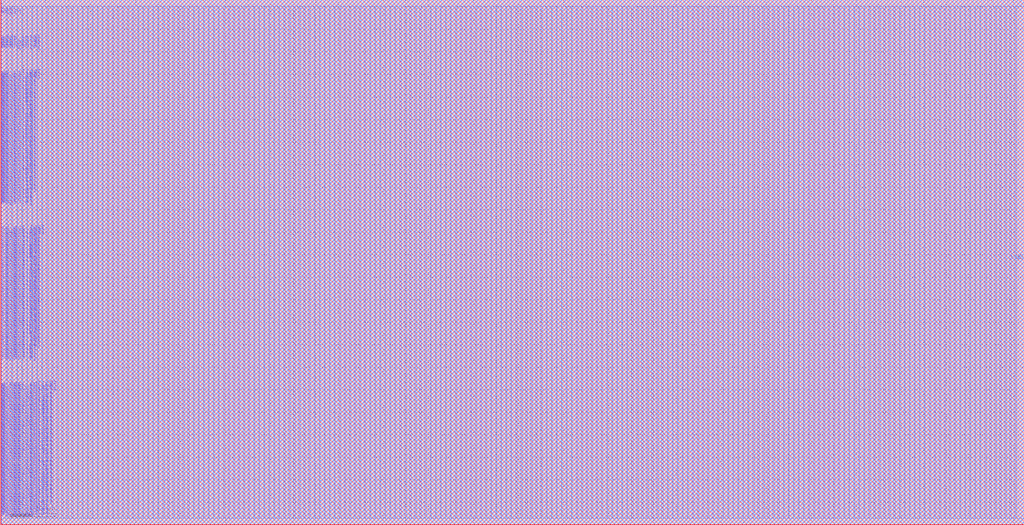
<source format=lef>
VERSION 5.7 ;
BUSBITCHARS "[]" ;
MACRO fakeram65_256x104
  FOREIGN fakeram65_256x104 0 0 ;
  SYMMETRY X Y R90 ;
  SIZE 227.300 BY 116.600 ;
  CLASS BLOCK ;
  PIN w_mask_in[0]
    DIRECTION INPUT ;
    USE SIGNAL ;
    SHAPE ABUTMENT ;
    PORT
      LAYER M3 ;
      RECT 0.000 1.365 0.070 1.435 ;
    END
  END w_mask_in[0]
  PIN w_mask_in[1]
    DIRECTION INPUT ;
    USE SIGNAL ;
    SHAPE ABUTMENT ;
    PORT
      LAYER M3 ;
      RECT 0.000 1.645 0.070 1.715 ;
    END
  END w_mask_in[1]
  PIN w_mask_in[2]
    DIRECTION INPUT ;
    USE SIGNAL ;
    SHAPE ABUTMENT ;
    PORT
      LAYER M3 ;
      RECT 0.000 1.925 0.070 1.995 ;
    END
  END w_mask_in[2]
  PIN w_mask_in[3]
    DIRECTION INPUT ;
    USE SIGNAL ;
    SHAPE ABUTMENT ;
    PORT
      LAYER M3 ;
      RECT 0.000 2.205 0.070 2.275 ;
    END
  END w_mask_in[3]
  PIN w_mask_in[4]
    DIRECTION INPUT ;
    USE SIGNAL ;
    SHAPE ABUTMENT ;
    PORT
      LAYER M3 ;
      RECT 0.000 2.485 0.070 2.555 ;
    END
  END w_mask_in[4]
  PIN w_mask_in[5]
    DIRECTION INPUT ;
    USE SIGNAL ;
    SHAPE ABUTMENT ;
    PORT
      LAYER M3 ;
      RECT 0.000 2.765 0.070 2.835 ;
    END
  END w_mask_in[5]
  PIN w_mask_in[6]
    DIRECTION INPUT ;
    USE SIGNAL ;
    SHAPE ABUTMENT ;
    PORT
      LAYER M3 ;
      RECT 0.000 3.045 0.070 3.115 ;
    END
  END w_mask_in[6]
  PIN w_mask_in[7]
    DIRECTION INPUT ;
    USE SIGNAL ;
    SHAPE ABUTMENT ;
    PORT
      LAYER M3 ;
      RECT 0.000 3.325 0.070 3.395 ;
    END
  END w_mask_in[7]
  PIN w_mask_in[8]
    DIRECTION INPUT ;
    USE SIGNAL ;
    SHAPE ABUTMENT ;
    PORT
      LAYER M3 ;
      RECT 0.000 3.605 0.070 3.675 ;
    END
  END w_mask_in[8]
  PIN w_mask_in[9]
    DIRECTION INPUT ;
    USE SIGNAL ;
    SHAPE ABUTMENT ;
    PORT
      LAYER M3 ;
      RECT 0.000 3.885 0.070 3.955 ;
    END
  END w_mask_in[9]
  PIN w_mask_in[10]
    DIRECTION INPUT ;
    USE SIGNAL ;
    SHAPE ABUTMENT ;
    PORT
      LAYER M3 ;
      RECT 0.000 4.165 0.070 4.235 ;
    END
  END w_mask_in[10]
  PIN w_mask_in[11]
    DIRECTION INPUT ;
    USE SIGNAL ;
    SHAPE ABUTMENT ;
    PORT
      LAYER M3 ;
      RECT 0.000 4.445 0.070 4.515 ;
    END
  END w_mask_in[11]
  PIN w_mask_in[12]
    DIRECTION INPUT ;
    USE SIGNAL ;
    SHAPE ABUTMENT ;
    PORT
      LAYER M3 ;
      RECT 0.000 4.725 0.070 4.795 ;
    END
  END w_mask_in[12]
  PIN w_mask_in[13]
    DIRECTION INPUT ;
    USE SIGNAL ;
    SHAPE ABUTMENT ;
    PORT
      LAYER M3 ;
      RECT 0.000 5.005 0.070 5.075 ;
    END
  END w_mask_in[13]
  PIN w_mask_in[14]
    DIRECTION INPUT ;
    USE SIGNAL ;
    SHAPE ABUTMENT ;
    PORT
      LAYER M3 ;
      RECT 0.000 5.285 0.070 5.355 ;
    END
  END w_mask_in[14]
  PIN w_mask_in[15]
    DIRECTION INPUT ;
    USE SIGNAL ;
    SHAPE ABUTMENT ;
    PORT
      LAYER M3 ;
      RECT 0.000 5.565 0.070 5.635 ;
    END
  END w_mask_in[15]
  PIN w_mask_in[16]
    DIRECTION INPUT ;
    USE SIGNAL ;
    SHAPE ABUTMENT ;
    PORT
      LAYER M3 ;
      RECT 0.000 5.845 0.070 5.915 ;
    END
  END w_mask_in[16]
  PIN w_mask_in[17]
    DIRECTION INPUT ;
    USE SIGNAL ;
    SHAPE ABUTMENT ;
    PORT
      LAYER M3 ;
      RECT 0.000 6.125 0.070 6.195 ;
    END
  END w_mask_in[17]
  PIN w_mask_in[18]
    DIRECTION INPUT ;
    USE SIGNAL ;
    SHAPE ABUTMENT ;
    PORT
      LAYER M3 ;
      RECT 0.000 6.405 0.070 6.475 ;
    END
  END w_mask_in[18]
  PIN w_mask_in[19]
    DIRECTION INPUT ;
    USE SIGNAL ;
    SHAPE ABUTMENT ;
    PORT
      LAYER M3 ;
      RECT 0.000 6.685 0.070 6.755 ;
    END
  END w_mask_in[19]
  PIN w_mask_in[20]
    DIRECTION INPUT ;
    USE SIGNAL ;
    SHAPE ABUTMENT ;
    PORT
      LAYER M3 ;
      RECT 0.000 6.965 0.070 7.035 ;
    END
  END w_mask_in[20]
  PIN w_mask_in[21]
    DIRECTION INPUT ;
    USE SIGNAL ;
    SHAPE ABUTMENT ;
    PORT
      LAYER M3 ;
      RECT 0.000 7.245 0.070 7.315 ;
    END
  END w_mask_in[21]
  PIN w_mask_in[22]
    DIRECTION INPUT ;
    USE SIGNAL ;
    SHAPE ABUTMENT ;
    PORT
      LAYER M3 ;
      RECT 0.000 7.525 0.070 7.595 ;
    END
  END w_mask_in[22]
  PIN w_mask_in[23]
    DIRECTION INPUT ;
    USE SIGNAL ;
    SHAPE ABUTMENT ;
    PORT
      LAYER M3 ;
      RECT 0.000 7.805 0.070 7.875 ;
    END
  END w_mask_in[23]
  PIN w_mask_in[24]
    DIRECTION INPUT ;
    USE SIGNAL ;
    SHAPE ABUTMENT ;
    PORT
      LAYER M3 ;
      RECT 0.000 8.085 0.070 8.155 ;
    END
  END w_mask_in[24]
  PIN w_mask_in[25]
    DIRECTION INPUT ;
    USE SIGNAL ;
    SHAPE ABUTMENT ;
    PORT
      LAYER M3 ;
      RECT 0.000 8.365 0.070 8.435 ;
    END
  END w_mask_in[25]
  PIN w_mask_in[26]
    DIRECTION INPUT ;
    USE SIGNAL ;
    SHAPE ABUTMENT ;
    PORT
      LAYER M3 ;
      RECT 0.000 8.645 0.070 8.715 ;
    END
  END w_mask_in[26]
  PIN w_mask_in[27]
    DIRECTION INPUT ;
    USE SIGNAL ;
    SHAPE ABUTMENT ;
    PORT
      LAYER M3 ;
      RECT 0.000 8.925 0.070 8.995 ;
    END
  END w_mask_in[27]
  PIN w_mask_in[28]
    DIRECTION INPUT ;
    USE SIGNAL ;
    SHAPE ABUTMENT ;
    PORT
      LAYER M3 ;
      RECT 0.000 9.205 0.070 9.275 ;
    END
  END w_mask_in[28]
  PIN w_mask_in[29]
    DIRECTION INPUT ;
    USE SIGNAL ;
    SHAPE ABUTMENT ;
    PORT
      LAYER M3 ;
      RECT 0.000 9.485 0.070 9.555 ;
    END
  END w_mask_in[29]
  PIN w_mask_in[30]
    DIRECTION INPUT ;
    USE SIGNAL ;
    SHAPE ABUTMENT ;
    PORT
      LAYER M3 ;
      RECT 0.000 9.765 0.070 9.835 ;
    END
  END w_mask_in[30]
  PIN w_mask_in[31]
    DIRECTION INPUT ;
    USE SIGNAL ;
    SHAPE ABUTMENT ;
    PORT
      LAYER M3 ;
      RECT 0.000 10.045 0.070 10.115 ;
    END
  END w_mask_in[31]
  PIN w_mask_in[32]
    DIRECTION INPUT ;
    USE SIGNAL ;
    SHAPE ABUTMENT ;
    PORT
      LAYER M3 ;
      RECT 0.000 10.325 0.070 10.395 ;
    END
  END w_mask_in[32]
  PIN w_mask_in[33]
    DIRECTION INPUT ;
    USE SIGNAL ;
    SHAPE ABUTMENT ;
    PORT
      LAYER M3 ;
      RECT 0.000 10.605 0.070 10.675 ;
    END
  END w_mask_in[33]
  PIN w_mask_in[34]
    DIRECTION INPUT ;
    USE SIGNAL ;
    SHAPE ABUTMENT ;
    PORT
      LAYER M3 ;
      RECT 0.000 10.885 0.070 10.955 ;
    END
  END w_mask_in[34]
  PIN w_mask_in[35]
    DIRECTION INPUT ;
    USE SIGNAL ;
    SHAPE ABUTMENT ;
    PORT
      LAYER M3 ;
      RECT 0.000 11.165 0.070 11.235 ;
    END
  END w_mask_in[35]
  PIN w_mask_in[36]
    DIRECTION INPUT ;
    USE SIGNAL ;
    SHAPE ABUTMENT ;
    PORT
      LAYER M3 ;
      RECT 0.000 11.445 0.070 11.515 ;
    END
  END w_mask_in[36]
  PIN w_mask_in[37]
    DIRECTION INPUT ;
    USE SIGNAL ;
    SHAPE ABUTMENT ;
    PORT
      LAYER M3 ;
      RECT 0.000 11.725 0.070 11.795 ;
    END
  END w_mask_in[37]
  PIN w_mask_in[38]
    DIRECTION INPUT ;
    USE SIGNAL ;
    SHAPE ABUTMENT ;
    PORT
      LAYER M3 ;
      RECT 0.000 12.005 0.070 12.075 ;
    END
  END w_mask_in[38]
  PIN w_mask_in[39]
    DIRECTION INPUT ;
    USE SIGNAL ;
    SHAPE ABUTMENT ;
    PORT
      LAYER M3 ;
      RECT 0.000 12.285 0.070 12.355 ;
    END
  END w_mask_in[39]
  PIN w_mask_in[40]
    DIRECTION INPUT ;
    USE SIGNAL ;
    SHAPE ABUTMENT ;
    PORT
      LAYER M3 ;
      RECT 0.000 12.565 0.070 12.635 ;
    END
  END w_mask_in[40]
  PIN w_mask_in[41]
    DIRECTION INPUT ;
    USE SIGNAL ;
    SHAPE ABUTMENT ;
    PORT
      LAYER M3 ;
      RECT 0.000 12.845 0.070 12.915 ;
    END
  END w_mask_in[41]
  PIN w_mask_in[42]
    DIRECTION INPUT ;
    USE SIGNAL ;
    SHAPE ABUTMENT ;
    PORT
      LAYER M3 ;
      RECT 0.000 13.125 0.070 13.195 ;
    END
  END w_mask_in[42]
  PIN w_mask_in[43]
    DIRECTION INPUT ;
    USE SIGNAL ;
    SHAPE ABUTMENT ;
    PORT
      LAYER M3 ;
      RECT 0.000 13.405 0.070 13.475 ;
    END
  END w_mask_in[43]
  PIN w_mask_in[44]
    DIRECTION INPUT ;
    USE SIGNAL ;
    SHAPE ABUTMENT ;
    PORT
      LAYER M3 ;
      RECT 0.000 13.685 0.070 13.755 ;
    END
  END w_mask_in[44]
  PIN w_mask_in[45]
    DIRECTION INPUT ;
    USE SIGNAL ;
    SHAPE ABUTMENT ;
    PORT
      LAYER M3 ;
      RECT 0.000 13.965 0.070 14.035 ;
    END
  END w_mask_in[45]
  PIN w_mask_in[46]
    DIRECTION INPUT ;
    USE SIGNAL ;
    SHAPE ABUTMENT ;
    PORT
      LAYER M3 ;
      RECT 0.000 14.245 0.070 14.315 ;
    END
  END w_mask_in[46]
  PIN w_mask_in[47]
    DIRECTION INPUT ;
    USE SIGNAL ;
    SHAPE ABUTMENT ;
    PORT
      LAYER M3 ;
      RECT 0.000 14.525 0.070 14.595 ;
    END
  END w_mask_in[47]
  PIN w_mask_in[48]
    DIRECTION INPUT ;
    USE SIGNAL ;
    SHAPE ABUTMENT ;
    PORT
      LAYER M3 ;
      RECT 0.000 14.805 0.070 14.875 ;
    END
  END w_mask_in[48]
  PIN w_mask_in[49]
    DIRECTION INPUT ;
    USE SIGNAL ;
    SHAPE ABUTMENT ;
    PORT
      LAYER M3 ;
      RECT 0.000 15.085 0.070 15.155 ;
    END
  END w_mask_in[49]
  PIN w_mask_in[50]
    DIRECTION INPUT ;
    USE SIGNAL ;
    SHAPE ABUTMENT ;
    PORT
      LAYER M3 ;
      RECT 0.000 15.365 0.070 15.435 ;
    END
  END w_mask_in[50]
  PIN w_mask_in[51]
    DIRECTION INPUT ;
    USE SIGNAL ;
    SHAPE ABUTMENT ;
    PORT
      LAYER M3 ;
      RECT 0.000 15.645 0.070 15.715 ;
    END
  END w_mask_in[51]
  PIN w_mask_in[52]
    DIRECTION INPUT ;
    USE SIGNAL ;
    SHAPE ABUTMENT ;
    PORT
      LAYER M3 ;
      RECT 0.000 15.925 0.070 15.995 ;
    END
  END w_mask_in[52]
  PIN w_mask_in[53]
    DIRECTION INPUT ;
    USE SIGNAL ;
    SHAPE ABUTMENT ;
    PORT
      LAYER M3 ;
      RECT 0.000 16.205 0.070 16.275 ;
    END
  END w_mask_in[53]
  PIN w_mask_in[54]
    DIRECTION INPUT ;
    USE SIGNAL ;
    SHAPE ABUTMENT ;
    PORT
      LAYER M3 ;
      RECT 0.000 16.485 0.070 16.555 ;
    END
  END w_mask_in[54]
  PIN w_mask_in[55]
    DIRECTION INPUT ;
    USE SIGNAL ;
    SHAPE ABUTMENT ;
    PORT
      LAYER M3 ;
      RECT 0.000 16.765 0.070 16.835 ;
    END
  END w_mask_in[55]
  PIN w_mask_in[56]
    DIRECTION INPUT ;
    USE SIGNAL ;
    SHAPE ABUTMENT ;
    PORT
      LAYER M3 ;
      RECT 0.000 17.045 0.070 17.115 ;
    END
  END w_mask_in[56]
  PIN w_mask_in[57]
    DIRECTION INPUT ;
    USE SIGNAL ;
    SHAPE ABUTMENT ;
    PORT
      LAYER M3 ;
      RECT 0.000 17.325 0.070 17.395 ;
    END
  END w_mask_in[57]
  PIN w_mask_in[58]
    DIRECTION INPUT ;
    USE SIGNAL ;
    SHAPE ABUTMENT ;
    PORT
      LAYER M3 ;
      RECT 0.000 17.605 0.070 17.675 ;
    END
  END w_mask_in[58]
  PIN w_mask_in[59]
    DIRECTION INPUT ;
    USE SIGNAL ;
    SHAPE ABUTMENT ;
    PORT
      LAYER M3 ;
      RECT 0.000 17.885 0.070 17.955 ;
    END
  END w_mask_in[59]
  PIN w_mask_in[60]
    DIRECTION INPUT ;
    USE SIGNAL ;
    SHAPE ABUTMENT ;
    PORT
      LAYER M3 ;
      RECT 0.000 18.165 0.070 18.235 ;
    END
  END w_mask_in[60]
  PIN w_mask_in[61]
    DIRECTION INPUT ;
    USE SIGNAL ;
    SHAPE ABUTMENT ;
    PORT
      LAYER M3 ;
      RECT 0.000 18.445 0.070 18.515 ;
    END
  END w_mask_in[61]
  PIN w_mask_in[62]
    DIRECTION INPUT ;
    USE SIGNAL ;
    SHAPE ABUTMENT ;
    PORT
      LAYER M3 ;
      RECT 0.000 18.725 0.070 18.795 ;
    END
  END w_mask_in[62]
  PIN w_mask_in[63]
    DIRECTION INPUT ;
    USE SIGNAL ;
    SHAPE ABUTMENT ;
    PORT
      LAYER M3 ;
      RECT 0.000 19.005 0.070 19.075 ;
    END
  END w_mask_in[63]
  PIN w_mask_in[64]
    DIRECTION INPUT ;
    USE SIGNAL ;
    SHAPE ABUTMENT ;
    PORT
      LAYER M3 ;
      RECT 0.000 19.285 0.070 19.355 ;
    END
  END w_mask_in[64]
  PIN w_mask_in[65]
    DIRECTION INPUT ;
    USE SIGNAL ;
    SHAPE ABUTMENT ;
    PORT
      LAYER M3 ;
      RECT 0.000 19.565 0.070 19.635 ;
    END
  END w_mask_in[65]
  PIN w_mask_in[66]
    DIRECTION INPUT ;
    USE SIGNAL ;
    SHAPE ABUTMENT ;
    PORT
      LAYER M3 ;
      RECT 0.000 19.845 0.070 19.915 ;
    END
  END w_mask_in[66]
  PIN w_mask_in[67]
    DIRECTION INPUT ;
    USE SIGNAL ;
    SHAPE ABUTMENT ;
    PORT
      LAYER M3 ;
      RECT 0.000 20.125 0.070 20.195 ;
    END
  END w_mask_in[67]
  PIN w_mask_in[68]
    DIRECTION INPUT ;
    USE SIGNAL ;
    SHAPE ABUTMENT ;
    PORT
      LAYER M3 ;
      RECT 0.000 20.405 0.070 20.475 ;
    END
  END w_mask_in[68]
  PIN w_mask_in[69]
    DIRECTION INPUT ;
    USE SIGNAL ;
    SHAPE ABUTMENT ;
    PORT
      LAYER M3 ;
      RECT 0.000 20.685 0.070 20.755 ;
    END
  END w_mask_in[69]
  PIN w_mask_in[70]
    DIRECTION INPUT ;
    USE SIGNAL ;
    SHAPE ABUTMENT ;
    PORT
      LAYER M3 ;
      RECT 0.000 20.965 0.070 21.035 ;
    END
  END w_mask_in[70]
  PIN w_mask_in[71]
    DIRECTION INPUT ;
    USE SIGNAL ;
    SHAPE ABUTMENT ;
    PORT
      LAYER M3 ;
      RECT 0.000 21.245 0.070 21.315 ;
    END
  END w_mask_in[71]
  PIN w_mask_in[72]
    DIRECTION INPUT ;
    USE SIGNAL ;
    SHAPE ABUTMENT ;
    PORT
      LAYER M3 ;
      RECT 0.000 21.525 0.070 21.595 ;
    END
  END w_mask_in[72]
  PIN w_mask_in[73]
    DIRECTION INPUT ;
    USE SIGNAL ;
    SHAPE ABUTMENT ;
    PORT
      LAYER M3 ;
      RECT 0.000 21.805 0.070 21.875 ;
    END
  END w_mask_in[73]
  PIN w_mask_in[74]
    DIRECTION INPUT ;
    USE SIGNAL ;
    SHAPE ABUTMENT ;
    PORT
      LAYER M3 ;
      RECT 0.000 22.085 0.070 22.155 ;
    END
  END w_mask_in[74]
  PIN w_mask_in[75]
    DIRECTION INPUT ;
    USE SIGNAL ;
    SHAPE ABUTMENT ;
    PORT
      LAYER M3 ;
      RECT 0.000 22.365 0.070 22.435 ;
    END
  END w_mask_in[75]
  PIN w_mask_in[76]
    DIRECTION INPUT ;
    USE SIGNAL ;
    SHAPE ABUTMENT ;
    PORT
      LAYER M3 ;
      RECT 0.000 22.645 0.070 22.715 ;
    END
  END w_mask_in[76]
  PIN w_mask_in[77]
    DIRECTION INPUT ;
    USE SIGNAL ;
    SHAPE ABUTMENT ;
    PORT
      LAYER M3 ;
      RECT 0.000 22.925 0.070 22.995 ;
    END
  END w_mask_in[77]
  PIN w_mask_in[78]
    DIRECTION INPUT ;
    USE SIGNAL ;
    SHAPE ABUTMENT ;
    PORT
      LAYER M3 ;
      RECT 0.000 23.205 0.070 23.275 ;
    END
  END w_mask_in[78]
  PIN w_mask_in[79]
    DIRECTION INPUT ;
    USE SIGNAL ;
    SHAPE ABUTMENT ;
    PORT
      LAYER M3 ;
      RECT 0.000 23.485 0.070 23.555 ;
    END
  END w_mask_in[79]
  PIN w_mask_in[80]
    DIRECTION INPUT ;
    USE SIGNAL ;
    SHAPE ABUTMENT ;
    PORT
      LAYER M3 ;
      RECT 0.000 23.765 0.070 23.835 ;
    END
  END w_mask_in[80]
  PIN w_mask_in[81]
    DIRECTION INPUT ;
    USE SIGNAL ;
    SHAPE ABUTMENT ;
    PORT
      LAYER M3 ;
      RECT 0.000 24.045 0.070 24.115 ;
    END
  END w_mask_in[81]
  PIN w_mask_in[82]
    DIRECTION INPUT ;
    USE SIGNAL ;
    SHAPE ABUTMENT ;
    PORT
      LAYER M3 ;
      RECT 0.000 24.325 0.070 24.395 ;
    END
  END w_mask_in[82]
  PIN w_mask_in[83]
    DIRECTION INPUT ;
    USE SIGNAL ;
    SHAPE ABUTMENT ;
    PORT
      LAYER M3 ;
      RECT 0.000 24.605 0.070 24.675 ;
    END
  END w_mask_in[83]
  PIN w_mask_in[84]
    DIRECTION INPUT ;
    USE SIGNAL ;
    SHAPE ABUTMENT ;
    PORT
      LAYER M3 ;
      RECT 0.000 24.885 0.070 24.955 ;
    END
  END w_mask_in[84]
  PIN w_mask_in[85]
    DIRECTION INPUT ;
    USE SIGNAL ;
    SHAPE ABUTMENT ;
    PORT
      LAYER M3 ;
      RECT 0.000 25.165 0.070 25.235 ;
    END
  END w_mask_in[85]
  PIN w_mask_in[86]
    DIRECTION INPUT ;
    USE SIGNAL ;
    SHAPE ABUTMENT ;
    PORT
      LAYER M3 ;
      RECT 0.000 25.445 0.070 25.515 ;
    END
  END w_mask_in[86]
  PIN w_mask_in[87]
    DIRECTION INPUT ;
    USE SIGNAL ;
    SHAPE ABUTMENT ;
    PORT
      LAYER M3 ;
      RECT 0.000 25.725 0.070 25.795 ;
    END
  END w_mask_in[87]
  PIN w_mask_in[88]
    DIRECTION INPUT ;
    USE SIGNAL ;
    SHAPE ABUTMENT ;
    PORT
      LAYER M3 ;
      RECT 0.000 26.005 0.070 26.075 ;
    END
  END w_mask_in[88]
  PIN w_mask_in[89]
    DIRECTION INPUT ;
    USE SIGNAL ;
    SHAPE ABUTMENT ;
    PORT
      LAYER M3 ;
      RECT 0.000 26.285 0.070 26.355 ;
    END
  END w_mask_in[89]
  PIN w_mask_in[90]
    DIRECTION INPUT ;
    USE SIGNAL ;
    SHAPE ABUTMENT ;
    PORT
      LAYER M3 ;
      RECT 0.000 26.565 0.070 26.635 ;
    END
  END w_mask_in[90]
  PIN w_mask_in[91]
    DIRECTION INPUT ;
    USE SIGNAL ;
    SHAPE ABUTMENT ;
    PORT
      LAYER M3 ;
      RECT 0.000 26.845 0.070 26.915 ;
    END
  END w_mask_in[91]
  PIN w_mask_in[92]
    DIRECTION INPUT ;
    USE SIGNAL ;
    SHAPE ABUTMENT ;
    PORT
      LAYER M3 ;
      RECT 0.000 27.125 0.070 27.195 ;
    END
  END w_mask_in[92]
  PIN w_mask_in[93]
    DIRECTION INPUT ;
    USE SIGNAL ;
    SHAPE ABUTMENT ;
    PORT
      LAYER M3 ;
      RECT 0.000 27.405 0.070 27.475 ;
    END
  END w_mask_in[93]
  PIN w_mask_in[94]
    DIRECTION INPUT ;
    USE SIGNAL ;
    SHAPE ABUTMENT ;
    PORT
      LAYER M3 ;
      RECT 0.000 27.685 0.070 27.755 ;
    END
  END w_mask_in[94]
  PIN w_mask_in[95]
    DIRECTION INPUT ;
    USE SIGNAL ;
    SHAPE ABUTMENT ;
    PORT
      LAYER M3 ;
      RECT 0.000 27.965 0.070 28.035 ;
    END
  END w_mask_in[95]
  PIN w_mask_in[96]
    DIRECTION INPUT ;
    USE SIGNAL ;
    SHAPE ABUTMENT ;
    PORT
      LAYER M3 ;
      RECT 0.000 28.245 0.070 28.315 ;
    END
  END w_mask_in[96]
  PIN w_mask_in[97]
    DIRECTION INPUT ;
    USE SIGNAL ;
    SHAPE ABUTMENT ;
    PORT
      LAYER M3 ;
      RECT 0.000 28.525 0.070 28.595 ;
    END
  END w_mask_in[97]
  PIN w_mask_in[98]
    DIRECTION INPUT ;
    USE SIGNAL ;
    SHAPE ABUTMENT ;
    PORT
      LAYER M3 ;
      RECT 0.000 28.805 0.070 28.875 ;
    END
  END w_mask_in[98]
  PIN w_mask_in[99]
    DIRECTION INPUT ;
    USE SIGNAL ;
    SHAPE ABUTMENT ;
    PORT
      LAYER M3 ;
      RECT 0.000 29.085 0.070 29.155 ;
    END
  END w_mask_in[99]
  PIN w_mask_in[100]
    DIRECTION INPUT ;
    USE SIGNAL ;
    SHAPE ABUTMENT ;
    PORT
      LAYER M3 ;
      RECT 0.000 29.365 0.070 29.435 ;
    END
  END w_mask_in[100]
  PIN w_mask_in[101]
    DIRECTION INPUT ;
    USE SIGNAL ;
    SHAPE ABUTMENT ;
    PORT
      LAYER M3 ;
      RECT 0.000 29.645 0.070 29.715 ;
    END
  END w_mask_in[101]
  PIN w_mask_in[102]
    DIRECTION INPUT ;
    USE SIGNAL ;
    SHAPE ABUTMENT ;
    PORT
      LAYER M3 ;
      RECT 0.000 29.925 0.070 29.995 ;
    END
  END w_mask_in[102]
  PIN w_mask_in[103]
    DIRECTION INPUT ;
    USE SIGNAL ;
    SHAPE ABUTMENT ;
    PORT
      LAYER M3 ;
      RECT 0.000 30.205 0.070 30.275 ;
    END
  END w_mask_in[103]
  PIN rd_out[0]
    DIRECTION OUTPUT ;
    USE SIGNAL ;
    SHAPE ABUTMENT ;
    PORT
      LAYER M3 ;
      RECT 0.000 35.945 0.070 36.015 ;
    END
  END rd_out[0]
  PIN rd_out[1]
    DIRECTION OUTPUT ;
    USE SIGNAL ;
    SHAPE ABUTMENT ;
    PORT
      LAYER M3 ;
      RECT 0.000 36.225 0.070 36.295 ;
    END
  END rd_out[1]
  PIN rd_out[2]
    DIRECTION OUTPUT ;
    USE SIGNAL ;
    SHAPE ABUTMENT ;
    PORT
      LAYER M3 ;
      RECT 0.000 36.505 0.070 36.575 ;
    END
  END rd_out[2]
  PIN rd_out[3]
    DIRECTION OUTPUT ;
    USE SIGNAL ;
    SHAPE ABUTMENT ;
    PORT
      LAYER M3 ;
      RECT 0.000 36.785 0.070 36.855 ;
    END
  END rd_out[3]
  PIN rd_out[4]
    DIRECTION OUTPUT ;
    USE SIGNAL ;
    SHAPE ABUTMENT ;
    PORT
      LAYER M3 ;
      RECT 0.000 37.065 0.070 37.135 ;
    END
  END rd_out[4]
  PIN rd_out[5]
    DIRECTION OUTPUT ;
    USE SIGNAL ;
    SHAPE ABUTMENT ;
    PORT
      LAYER M3 ;
      RECT 0.000 37.345 0.070 37.415 ;
    END
  END rd_out[5]
  PIN rd_out[6]
    DIRECTION OUTPUT ;
    USE SIGNAL ;
    SHAPE ABUTMENT ;
    PORT
      LAYER M3 ;
      RECT 0.000 37.625 0.070 37.695 ;
    END
  END rd_out[6]
  PIN rd_out[7]
    DIRECTION OUTPUT ;
    USE SIGNAL ;
    SHAPE ABUTMENT ;
    PORT
      LAYER M3 ;
      RECT 0.000 37.905 0.070 37.975 ;
    END
  END rd_out[7]
  PIN rd_out[8]
    DIRECTION OUTPUT ;
    USE SIGNAL ;
    SHAPE ABUTMENT ;
    PORT
      LAYER M3 ;
      RECT 0.000 38.185 0.070 38.255 ;
    END
  END rd_out[8]
  PIN rd_out[9]
    DIRECTION OUTPUT ;
    USE SIGNAL ;
    SHAPE ABUTMENT ;
    PORT
      LAYER M3 ;
      RECT 0.000 38.465 0.070 38.535 ;
    END
  END rd_out[9]
  PIN rd_out[10]
    DIRECTION OUTPUT ;
    USE SIGNAL ;
    SHAPE ABUTMENT ;
    PORT
      LAYER M3 ;
      RECT 0.000 38.745 0.070 38.815 ;
    END
  END rd_out[10]
  PIN rd_out[11]
    DIRECTION OUTPUT ;
    USE SIGNAL ;
    SHAPE ABUTMENT ;
    PORT
      LAYER M3 ;
      RECT 0.000 39.025 0.070 39.095 ;
    END
  END rd_out[11]
  PIN rd_out[12]
    DIRECTION OUTPUT ;
    USE SIGNAL ;
    SHAPE ABUTMENT ;
    PORT
      LAYER M3 ;
      RECT 0.000 39.305 0.070 39.375 ;
    END
  END rd_out[12]
  PIN rd_out[13]
    DIRECTION OUTPUT ;
    USE SIGNAL ;
    SHAPE ABUTMENT ;
    PORT
      LAYER M3 ;
      RECT 0.000 39.585 0.070 39.655 ;
    END
  END rd_out[13]
  PIN rd_out[14]
    DIRECTION OUTPUT ;
    USE SIGNAL ;
    SHAPE ABUTMENT ;
    PORT
      LAYER M3 ;
      RECT 0.000 39.865 0.070 39.935 ;
    END
  END rd_out[14]
  PIN rd_out[15]
    DIRECTION OUTPUT ;
    USE SIGNAL ;
    SHAPE ABUTMENT ;
    PORT
      LAYER M3 ;
      RECT 0.000 40.145 0.070 40.215 ;
    END
  END rd_out[15]
  PIN rd_out[16]
    DIRECTION OUTPUT ;
    USE SIGNAL ;
    SHAPE ABUTMENT ;
    PORT
      LAYER M3 ;
      RECT 0.000 40.425 0.070 40.495 ;
    END
  END rd_out[16]
  PIN rd_out[17]
    DIRECTION OUTPUT ;
    USE SIGNAL ;
    SHAPE ABUTMENT ;
    PORT
      LAYER M3 ;
      RECT 0.000 40.705 0.070 40.775 ;
    END
  END rd_out[17]
  PIN rd_out[18]
    DIRECTION OUTPUT ;
    USE SIGNAL ;
    SHAPE ABUTMENT ;
    PORT
      LAYER M3 ;
      RECT 0.000 40.985 0.070 41.055 ;
    END
  END rd_out[18]
  PIN rd_out[19]
    DIRECTION OUTPUT ;
    USE SIGNAL ;
    SHAPE ABUTMENT ;
    PORT
      LAYER M3 ;
      RECT 0.000 41.265 0.070 41.335 ;
    END
  END rd_out[19]
  PIN rd_out[20]
    DIRECTION OUTPUT ;
    USE SIGNAL ;
    SHAPE ABUTMENT ;
    PORT
      LAYER M3 ;
      RECT 0.000 41.545 0.070 41.615 ;
    END
  END rd_out[20]
  PIN rd_out[21]
    DIRECTION OUTPUT ;
    USE SIGNAL ;
    SHAPE ABUTMENT ;
    PORT
      LAYER M3 ;
      RECT 0.000 41.825 0.070 41.895 ;
    END
  END rd_out[21]
  PIN rd_out[22]
    DIRECTION OUTPUT ;
    USE SIGNAL ;
    SHAPE ABUTMENT ;
    PORT
      LAYER M3 ;
      RECT 0.000 42.105 0.070 42.175 ;
    END
  END rd_out[22]
  PIN rd_out[23]
    DIRECTION OUTPUT ;
    USE SIGNAL ;
    SHAPE ABUTMENT ;
    PORT
      LAYER M3 ;
      RECT 0.000 42.385 0.070 42.455 ;
    END
  END rd_out[23]
  PIN rd_out[24]
    DIRECTION OUTPUT ;
    USE SIGNAL ;
    SHAPE ABUTMENT ;
    PORT
      LAYER M3 ;
      RECT 0.000 42.665 0.070 42.735 ;
    END
  END rd_out[24]
  PIN rd_out[25]
    DIRECTION OUTPUT ;
    USE SIGNAL ;
    SHAPE ABUTMENT ;
    PORT
      LAYER M3 ;
      RECT 0.000 42.945 0.070 43.015 ;
    END
  END rd_out[25]
  PIN rd_out[26]
    DIRECTION OUTPUT ;
    USE SIGNAL ;
    SHAPE ABUTMENT ;
    PORT
      LAYER M3 ;
      RECT 0.000 43.225 0.070 43.295 ;
    END
  END rd_out[26]
  PIN rd_out[27]
    DIRECTION OUTPUT ;
    USE SIGNAL ;
    SHAPE ABUTMENT ;
    PORT
      LAYER M3 ;
      RECT 0.000 43.505 0.070 43.575 ;
    END
  END rd_out[27]
  PIN rd_out[28]
    DIRECTION OUTPUT ;
    USE SIGNAL ;
    SHAPE ABUTMENT ;
    PORT
      LAYER M3 ;
      RECT 0.000 43.785 0.070 43.855 ;
    END
  END rd_out[28]
  PIN rd_out[29]
    DIRECTION OUTPUT ;
    USE SIGNAL ;
    SHAPE ABUTMENT ;
    PORT
      LAYER M3 ;
      RECT 0.000 44.065 0.070 44.135 ;
    END
  END rd_out[29]
  PIN rd_out[30]
    DIRECTION OUTPUT ;
    USE SIGNAL ;
    SHAPE ABUTMENT ;
    PORT
      LAYER M3 ;
      RECT 0.000 44.345 0.070 44.415 ;
    END
  END rd_out[30]
  PIN rd_out[31]
    DIRECTION OUTPUT ;
    USE SIGNAL ;
    SHAPE ABUTMENT ;
    PORT
      LAYER M3 ;
      RECT 0.000 44.625 0.070 44.695 ;
    END
  END rd_out[31]
  PIN rd_out[32]
    DIRECTION OUTPUT ;
    USE SIGNAL ;
    SHAPE ABUTMENT ;
    PORT
      LAYER M3 ;
      RECT 0.000 44.905 0.070 44.975 ;
    END
  END rd_out[32]
  PIN rd_out[33]
    DIRECTION OUTPUT ;
    USE SIGNAL ;
    SHAPE ABUTMENT ;
    PORT
      LAYER M3 ;
      RECT 0.000 45.185 0.070 45.255 ;
    END
  END rd_out[33]
  PIN rd_out[34]
    DIRECTION OUTPUT ;
    USE SIGNAL ;
    SHAPE ABUTMENT ;
    PORT
      LAYER M3 ;
      RECT 0.000 45.465 0.070 45.535 ;
    END
  END rd_out[34]
  PIN rd_out[35]
    DIRECTION OUTPUT ;
    USE SIGNAL ;
    SHAPE ABUTMENT ;
    PORT
      LAYER M3 ;
      RECT 0.000 45.745 0.070 45.815 ;
    END
  END rd_out[35]
  PIN rd_out[36]
    DIRECTION OUTPUT ;
    USE SIGNAL ;
    SHAPE ABUTMENT ;
    PORT
      LAYER M3 ;
      RECT 0.000 46.025 0.070 46.095 ;
    END
  END rd_out[36]
  PIN rd_out[37]
    DIRECTION OUTPUT ;
    USE SIGNAL ;
    SHAPE ABUTMENT ;
    PORT
      LAYER M3 ;
      RECT 0.000 46.305 0.070 46.375 ;
    END
  END rd_out[37]
  PIN rd_out[38]
    DIRECTION OUTPUT ;
    USE SIGNAL ;
    SHAPE ABUTMENT ;
    PORT
      LAYER M3 ;
      RECT 0.000 46.585 0.070 46.655 ;
    END
  END rd_out[38]
  PIN rd_out[39]
    DIRECTION OUTPUT ;
    USE SIGNAL ;
    SHAPE ABUTMENT ;
    PORT
      LAYER M3 ;
      RECT 0.000 46.865 0.070 46.935 ;
    END
  END rd_out[39]
  PIN rd_out[40]
    DIRECTION OUTPUT ;
    USE SIGNAL ;
    SHAPE ABUTMENT ;
    PORT
      LAYER M3 ;
      RECT 0.000 47.145 0.070 47.215 ;
    END
  END rd_out[40]
  PIN rd_out[41]
    DIRECTION OUTPUT ;
    USE SIGNAL ;
    SHAPE ABUTMENT ;
    PORT
      LAYER M3 ;
      RECT 0.000 47.425 0.070 47.495 ;
    END
  END rd_out[41]
  PIN rd_out[42]
    DIRECTION OUTPUT ;
    USE SIGNAL ;
    SHAPE ABUTMENT ;
    PORT
      LAYER M3 ;
      RECT 0.000 47.705 0.070 47.775 ;
    END
  END rd_out[42]
  PIN rd_out[43]
    DIRECTION OUTPUT ;
    USE SIGNAL ;
    SHAPE ABUTMENT ;
    PORT
      LAYER M3 ;
      RECT 0.000 47.985 0.070 48.055 ;
    END
  END rd_out[43]
  PIN rd_out[44]
    DIRECTION OUTPUT ;
    USE SIGNAL ;
    SHAPE ABUTMENT ;
    PORT
      LAYER M3 ;
      RECT 0.000 48.265 0.070 48.335 ;
    END
  END rd_out[44]
  PIN rd_out[45]
    DIRECTION OUTPUT ;
    USE SIGNAL ;
    SHAPE ABUTMENT ;
    PORT
      LAYER M3 ;
      RECT 0.000 48.545 0.070 48.615 ;
    END
  END rd_out[45]
  PIN rd_out[46]
    DIRECTION OUTPUT ;
    USE SIGNAL ;
    SHAPE ABUTMENT ;
    PORT
      LAYER M3 ;
      RECT 0.000 48.825 0.070 48.895 ;
    END
  END rd_out[46]
  PIN rd_out[47]
    DIRECTION OUTPUT ;
    USE SIGNAL ;
    SHAPE ABUTMENT ;
    PORT
      LAYER M3 ;
      RECT 0.000 49.105 0.070 49.175 ;
    END
  END rd_out[47]
  PIN rd_out[48]
    DIRECTION OUTPUT ;
    USE SIGNAL ;
    SHAPE ABUTMENT ;
    PORT
      LAYER M3 ;
      RECT 0.000 49.385 0.070 49.455 ;
    END
  END rd_out[48]
  PIN rd_out[49]
    DIRECTION OUTPUT ;
    USE SIGNAL ;
    SHAPE ABUTMENT ;
    PORT
      LAYER M3 ;
      RECT 0.000 49.665 0.070 49.735 ;
    END
  END rd_out[49]
  PIN rd_out[50]
    DIRECTION OUTPUT ;
    USE SIGNAL ;
    SHAPE ABUTMENT ;
    PORT
      LAYER M3 ;
      RECT 0.000 49.945 0.070 50.015 ;
    END
  END rd_out[50]
  PIN rd_out[51]
    DIRECTION OUTPUT ;
    USE SIGNAL ;
    SHAPE ABUTMENT ;
    PORT
      LAYER M3 ;
      RECT 0.000 50.225 0.070 50.295 ;
    END
  END rd_out[51]
  PIN rd_out[52]
    DIRECTION OUTPUT ;
    USE SIGNAL ;
    SHAPE ABUTMENT ;
    PORT
      LAYER M3 ;
      RECT 0.000 50.505 0.070 50.575 ;
    END
  END rd_out[52]
  PIN rd_out[53]
    DIRECTION OUTPUT ;
    USE SIGNAL ;
    SHAPE ABUTMENT ;
    PORT
      LAYER M3 ;
      RECT 0.000 50.785 0.070 50.855 ;
    END
  END rd_out[53]
  PIN rd_out[54]
    DIRECTION OUTPUT ;
    USE SIGNAL ;
    SHAPE ABUTMENT ;
    PORT
      LAYER M3 ;
      RECT 0.000 51.065 0.070 51.135 ;
    END
  END rd_out[54]
  PIN rd_out[55]
    DIRECTION OUTPUT ;
    USE SIGNAL ;
    SHAPE ABUTMENT ;
    PORT
      LAYER M3 ;
      RECT 0.000 51.345 0.070 51.415 ;
    END
  END rd_out[55]
  PIN rd_out[56]
    DIRECTION OUTPUT ;
    USE SIGNAL ;
    SHAPE ABUTMENT ;
    PORT
      LAYER M3 ;
      RECT 0.000 51.625 0.070 51.695 ;
    END
  END rd_out[56]
  PIN rd_out[57]
    DIRECTION OUTPUT ;
    USE SIGNAL ;
    SHAPE ABUTMENT ;
    PORT
      LAYER M3 ;
      RECT 0.000 51.905 0.070 51.975 ;
    END
  END rd_out[57]
  PIN rd_out[58]
    DIRECTION OUTPUT ;
    USE SIGNAL ;
    SHAPE ABUTMENT ;
    PORT
      LAYER M3 ;
      RECT 0.000 52.185 0.070 52.255 ;
    END
  END rd_out[58]
  PIN rd_out[59]
    DIRECTION OUTPUT ;
    USE SIGNAL ;
    SHAPE ABUTMENT ;
    PORT
      LAYER M3 ;
      RECT 0.000 52.465 0.070 52.535 ;
    END
  END rd_out[59]
  PIN rd_out[60]
    DIRECTION OUTPUT ;
    USE SIGNAL ;
    SHAPE ABUTMENT ;
    PORT
      LAYER M3 ;
      RECT 0.000 52.745 0.070 52.815 ;
    END
  END rd_out[60]
  PIN rd_out[61]
    DIRECTION OUTPUT ;
    USE SIGNAL ;
    SHAPE ABUTMENT ;
    PORT
      LAYER M3 ;
      RECT 0.000 53.025 0.070 53.095 ;
    END
  END rd_out[61]
  PIN rd_out[62]
    DIRECTION OUTPUT ;
    USE SIGNAL ;
    SHAPE ABUTMENT ;
    PORT
      LAYER M3 ;
      RECT 0.000 53.305 0.070 53.375 ;
    END
  END rd_out[62]
  PIN rd_out[63]
    DIRECTION OUTPUT ;
    USE SIGNAL ;
    SHAPE ABUTMENT ;
    PORT
      LAYER M3 ;
      RECT 0.000 53.585 0.070 53.655 ;
    END
  END rd_out[63]
  PIN rd_out[64]
    DIRECTION OUTPUT ;
    USE SIGNAL ;
    SHAPE ABUTMENT ;
    PORT
      LAYER M3 ;
      RECT 0.000 53.865 0.070 53.935 ;
    END
  END rd_out[64]
  PIN rd_out[65]
    DIRECTION OUTPUT ;
    USE SIGNAL ;
    SHAPE ABUTMENT ;
    PORT
      LAYER M3 ;
      RECT 0.000 54.145 0.070 54.215 ;
    END
  END rd_out[65]
  PIN rd_out[66]
    DIRECTION OUTPUT ;
    USE SIGNAL ;
    SHAPE ABUTMENT ;
    PORT
      LAYER M3 ;
      RECT 0.000 54.425 0.070 54.495 ;
    END
  END rd_out[66]
  PIN rd_out[67]
    DIRECTION OUTPUT ;
    USE SIGNAL ;
    SHAPE ABUTMENT ;
    PORT
      LAYER M3 ;
      RECT 0.000 54.705 0.070 54.775 ;
    END
  END rd_out[67]
  PIN rd_out[68]
    DIRECTION OUTPUT ;
    USE SIGNAL ;
    SHAPE ABUTMENT ;
    PORT
      LAYER M3 ;
      RECT 0.000 54.985 0.070 55.055 ;
    END
  END rd_out[68]
  PIN rd_out[69]
    DIRECTION OUTPUT ;
    USE SIGNAL ;
    SHAPE ABUTMENT ;
    PORT
      LAYER M3 ;
      RECT 0.000 55.265 0.070 55.335 ;
    END
  END rd_out[69]
  PIN rd_out[70]
    DIRECTION OUTPUT ;
    USE SIGNAL ;
    SHAPE ABUTMENT ;
    PORT
      LAYER M3 ;
      RECT 0.000 55.545 0.070 55.615 ;
    END
  END rd_out[70]
  PIN rd_out[71]
    DIRECTION OUTPUT ;
    USE SIGNAL ;
    SHAPE ABUTMENT ;
    PORT
      LAYER M3 ;
      RECT 0.000 55.825 0.070 55.895 ;
    END
  END rd_out[71]
  PIN rd_out[72]
    DIRECTION OUTPUT ;
    USE SIGNAL ;
    SHAPE ABUTMENT ;
    PORT
      LAYER M3 ;
      RECT 0.000 56.105 0.070 56.175 ;
    END
  END rd_out[72]
  PIN rd_out[73]
    DIRECTION OUTPUT ;
    USE SIGNAL ;
    SHAPE ABUTMENT ;
    PORT
      LAYER M3 ;
      RECT 0.000 56.385 0.070 56.455 ;
    END
  END rd_out[73]
  PIN rd_out[74]
    DIRECTION OUTPUT ;
    USE SIGNAL ;
    SHAPE ABUTMENT ;
    PORT
      LAYER M3 ;
      RECT 0.000 56.665 0.070 56.735 ;
    END
  END rd_out[74]
  PIN rd_out[75]
    DIRECTION OUTPUT ;
    USE SIGNAL ;
    SHAPE ABUTMENT ;
    PORT
      LAYER M3 ;
      RECT 0.000 56.945 0.070 57.015 ;
    END
  END rd_out[75]
  PIN rd_out[76]
    DIRECTION OUTPUT ;
    USE SIGNAL ;
    SHAPE ABUTMENT ;
    PORT
      LAYER M3 ;
      RECT 0.000 57.225 0.070 57.295 ;
    END
  END rd_out[76]
  PIN rd_out[77]
    DIRECTION OUTPUT ;
    USE SIGNAL ;
    SHAPE ABUTMENT ;
    PORT
      LAYER M3 ;
      RECT 0.000 57.505 0.070 57.575 ;
    END
  END rd_out[77]
  PIN rd_out[78]
    DIRECTION OUTPUT ;
    USE SIGNAL ;
    SHAPE ABUTMENT ;
    PORT
      LAYER M3 ;
      RECT 0.000 57.785 0.070 57.855 ;
    END
  END rd_out[78]
  PIN rd_out[79]
    DIRECTION OUTPUT ;
    USE SIGNAL ;
    SHAPE ABUTMENT ;
    PORT
      LAYER M3 ;
      RECT 0.000 58.065 0.070 58.135 ;
    END
  END rd_out[79]
  PIN rd_out[80]
    DIRECTION OUTPUT ;
    USE SIGNAL ;
    SHAPE ABUTMENT ;
    PORT
      LAYER M3 ;
      RECT 0.000 58.345 0.070 58.415 ;
    END
  END rd_out[80]
  PIN rd_out[81]
    DIRECTION OUTPUT ;
    USE SIGNAL ;
    SHAPE ABUTMENT ;
    PORT
      LAYER M3 ;
      RECT 0.000 58.625 0.070 58.695 ;
    END
  END rd_out[81]
  PIN rd_out[82]
    DIRECTION OUTPUT ;
    USE SIGNAL ;
    SHAPE ABUTMENT ;
    PORT
      LAYER M3 ;
      RECT 0.000 58.905 0.070 58.975 ;
    END
  END rd_out[82]
  PIN rd_out[83]
    DIRECTION OUTPUT ;
    USE SIGNAL ;
    SHAPE ABUTMENT ;
    PORT
      LAYER M3 ;
      RECT 0.000 59.185 0.070 59.255 ;
    END
  END rd_out[83]
  PIN rd_out[84]
    DIRECTION OUTPUT ;
    USE SIGNAL ;
    SHAPE ABUTMENT ;
    PORT
      LAYER M3 ;
      RECT 0.000 59.465 0.070 59.535 ;
    END
  END rd_out[84]
  PIN rd_out[85]
    DIRECTION OUTPUT ;
    USE SIGNAL ;
    SHAPE ABUTMENT ;
    PORT
      LAYER M3 ;
      RECT 0.000 59.745 0.070 59.815 ;
    END
  END rd_out[85]
  PIN rd_out[86]
    DIRECTION OUTPUT ;
    USE SIGNAL ;
    SHAPE ABUTMENT ;
    PORT
      LAYER M3 ;
      RECT 0.000 60.025 0.070 60.095 ;
    END
  END rd_out[86]
  PIN rd_out[87]
    DIRECTION OUTPUT ;
    USE SIGNAL ;
    SHAPE ABUTMENT ;
    PORT
      LAYER M3 ;
      RECT 0.000 60.305 0.070 60.375 ;
    END
  END rd_out[87]
  PIN rd_out[88]
    DIRECTION OUTPUT ;
    USE SIGNAL ;
    SHAPE ABUTMENT ;
    PORT
      LAYER M3 ;
      RECT 0.000 60.585 0.070 60.655 ;
    END
  END rd_out[88]
  PIN rd_out[89]
    DIRECTION OUTPUT ;
    USE SIGNAL ;
    SHAPE ABUTMENT ;
    PORT
      LAYER M3 ;
      RECT 0.000 60.865 0.070 60.935 ;
    END
  END rd_out[89]
  PIN rd_out[90]
    DIRECTION OUTPUT ;
    USE SIGNAL ;
    SHAPE ABUTMENT ;
    PORT
      LAYER M3 ;
      RECT 0.000 61.145 0.070 61.215 ;
    END
  END rd_out[90]
  PIN rd_out[91]
    DIRECTION OUTPUT ;
    USE SIGNAL ;
    SHAPE ABUTMENT ;
    PORT
      LAYER M3 ;
      RECT 0.000 61.425 0.070 61.495 ;
    END
  END rd_out[91]
  PIN rd_out[92]
    DIRECTION OUTPUT ;
    USE SIGNAL ;
    SHAPE ABUTMENT ;
    PORT
      LAYER M3 ;
      RECT 0.000 61.705 0.070 61.775 ;
    END
  END rd_out[92]
  PIN rd_out[93]
    DIRECTION OUTPUT ;
    USE SIGNAL ;
    SHAPE ABUTMENT ;
    PORT
      LAYER M3 ;
      RECT 0.000 61.985 0.070 62.055 ;
    END
  END rd_out[93]
  PIN rd_out[94]
    DIRECTION OUTPUT ;
    USE SIGNAL ;
    SHAPE ABUTMENT ;
    PORT
      LAYER M3 ;
      RECT 0.000 62.265 0.070 62.335 ;
    END
  END rd_out[94]
  PIN rd_out[95]
    DIRECTION OUTPUT ;
    USE SIGNAL ;
    SHAPE ABUTMENT ;
    PORT
      LAYER M3 ;
      RECT 0.000 62.545 0.070 62.615 ;
    END
  END rd_out[95]
  PIN rd_out[96]
    DIRECTION OUTPUT ;
    USE SIGNAL ;
    SHAPE ABUTMENT ;
    PORT
      LAYER M3 ;
      RECT 0.000 62.825 0.070 62.895 ;
    END
  END rd_out[96]
  PIN rd_out[97]
    DIRECTION OUTPUT ;
    USE SIGNAL ;
    SHAPE ABUTMENT ;
    PORT
      LAYER M3 ;
      RECT 0.000 63.105 0.070 63.175 ;
    END
  END rd_out[97]
  PIN rd_out[98]
    DIRECTION OUTPUT ;
    USE SIGNAL ;
    SHAPE ABUTMENT ;
    PORT
      LAYER M3 ;
      RECT 0.000 63.385 0.070 63.455 ;
    END
  END rd_out[98]
  PIN rd_out[99]
    DIRECTION OUTPUT ;
    USE SIGNAL ;
    SHAPE ABUTMENT ;
    PORT
      LAYER M3 ;
      RECT 0.000 63.665 0.070 63.735 ;
    END
  END rd_out[99]
  PIN rd_out[100]
    DIRECTION OUTPUT ;
    USE SIGNAL ;
    SHAPE ABUTMENT ;
    PORT
      LAYER M3 ;
      RECT 0.000 63.945 0.070 64.015 ;
    END
  END rd_out[100]
  PIN rd_out[101]
    DIRECTION OUTPUT ;
    USE SIGNAL ;
    SHAPE ABUTMENT ;
    PORT
      LAYER M3 ;
      RECT 0.000 64.225 0.070 64.295 ;
    END
  END rd_out[101]
  PIN rd_out[102]
    DIRECTION OUTPUT ;
    USE SIGNAL ;
    SHAPE ABUTMENT ;
    PORT
      LAYER M3 ;
      RECT 0.000 64.505 0.070 64.575 ;
    END
  END rd_out[102]
  PIN rd_out[103]
    DIRECTION OUTPUT ;
    USE SIGNAL ;
    SHAPE ABUTMENT ;
    PORT
      LAYER M3 ;
      RECT 0.000 64.785 0.070 64.855 ;
    END
  END rd_out[103]
  PIN wd_in[0]
    DIRECTION INPUT ;
    USE SIGNAL ;
    SHAPE ABUTMENT ;
    PORT
      LAYER M3 ;
      RECT 0.000 70.525 0.070 70.595 ;
    END
  END wd_in[0]
  PIN wd_in[1]
    DIRECTION INPUT ;
    USE SIGNAL ;
    SHAPE ABUTMENT ;
    PORT
      LAYER M3 ;
      RECT 0.000 70.805 0.070 70.875 ;
    END
  END wd_in[1]
  PIN wd_in[2]
    DIRECTION INPUT ;
    USE SIGNAL ;
    SHAPE ABUTMENT ;
    PORT
      LAYER M3 ;
      RECT 0.000 71.085 0.070 71.155 ;
    END
  END wd_in[2]
  PIN wd_in[3]
    DIRECTION INPUT ;
    USE SIGNAL ;
    SHAPE ABUTMENT ;
    PORT
      LAYER M3 ;
      RECT 0.000 71.365 0.070 71.435 ;
    END
  END wd_in[3]
  PIN wd_in[4]
    DIRECTION INPUT ;
    USE SIGNAL ;
    SHAPE ABUTMENT ;
    PORT
      LAYER M3 ;
      RECT 0.000 71.645 0.070 71.715 ;
    END
  END wd_in[4]
  PIN wd_in[5]
    DIRECTION INPUT ;
    USE SIGNAL ;
    SHAPE ABUTMENT ;
    PORT
      LAYER M3 ;
      RECT 0.000 71.925 0.070 71.995 ;
    END
  END wd_in[5]
  PIN wd_in[6]
    DIRECTION INPUT ;
    USE SIGNAL ;
    SHAPE ABUTMENT ;
    PORT
      LAYER M3 ;
      RECT 0.000 72.205 0.070 72.275 ;
    END
  END wd_in[6]
  PIN wd_in[7]
    DIRECTION INPUT ;
    USE SIGNAL ;
    SHAPE ABUTMENT ;
    PORT
      LAYER M3 ;
      RECT 0.000 72.485 0.070 72.555 ;
    END
  END wd_in[7]
  PIN wd_in[8]
    DIRECTION INPUT ;
    USE SIGNAL ;
    SHAPE ABUTMENT ;
    PORT
      LAYER M3 ;
      RECT 0.000 72.765 0.070 72.835 ;
    END
  END wd_in[8]
  PIN wd_in[9]
    DIRECTION INPUT ;
    USE SIGNAL ;
    SHAPE ABUTMENT ;
    PORT
      LAYER M3 ;
      RECT 0.000 73.045 0.070 73.115 ;
    END
  END wd_in[9]
  PIN wd_in[10]
    DIRECTION INPUT ;
    USE SIGNAL ;
    SHAPE ABUTMENT ;
    PORT
      LAYER M3 ;
      RECT 0.000 73.325 0.070 73.395 ;
    END
  END wd_in[10]
  PIN wd_in[11]
    DIRECTION INPUT ;
    USE SIGNAL ;
    SHAPE ABUTMENT ;
    PORT
      LAYER M3 ;
      RECT 0.000 73.605 0.070 73.675 ;
    END
  END wd_in[11]
  PIN wd_in[12]
    DIRECTION INPUT ;
    USE SIGNAL ;
    SHAPE ABUTMENT ;
    PORT
      LAYER M3 ;
      RECT 0.000 73.885 0.070 73.955 ;
    END
  END wd_in[12]
  PIN wd_in[13]
    DIRECTION INPUT ;
    USE SIGNAL ;
    SHAPE ABUTMENT ;
    PORT
      LAYER M3 ;
      RECT 0.000 74.165 0.070 74.235 ;
    END
  END wd_in[13]
  PIN wd_in[14]
    DIRECTION INPUT ;
    USE SIGNAL ;
    SHAPE ABUTMENT ;
    PORT
      LAYER M3 ;
      RECT 0.000 74.445 0.070 74.515 ;
    END
  END wd_in[14]
  PIN wd_in[15]
    DIRECTION INPUT ;
    USE SIGNAL ;
    SHAPE ABUTMENT ;
    PORT
      LAYER M3 ;
      RECT 0.000 74.725 0.070 74.795 ;
    END
  END wd_in[15]
  PIN wd_in[16]
    DIRECTION INPUT ;
    USE SIGNAL ;
    SHAPE ABUTMENT ;
    PORT
      LAYER M3 ;
      RECT 0.000 75.005 0.070 75.075 ;
    END
  END wd_in[16]
  PIN wd_in[17]
    DIRECTION INPUT ;
    USE SIGNAL ;
    SHAPE ABUTMENT ;
    PORT
      LAYER M3 ;
      RECT 0.000 75.285 0.070 75.355 ;
    END
  END wd_in[17]
  PIN wd_in[18]
    DIRECTION INPUT ;
    USE SIGNAL ;
    SHAPE ABUTMENT ;
    PORT
      LAYER M3 ;
      RECT 0.000 75.565 0.070 75.635 ;
    END
  END wd_in[18]
  PIN wd_in[19]
    DIRECTION INPUT ;
    USE SIGNAL ;
    SHAPE ABUTMENT ;
    PORT
      LAYER M3 ;
      RECT 0.000 75.845 0.070 75.915 ;
    END
  END wd_in[19]
  PIN wd_in[20]
    DIRECTION INPUT ;
    USE SIGNAL ;
    SHAPE ABUTMENT ;
    PORT
      LAYER M3 ;
      RECT 0.000 76.125 0.070 76.195 ;
    END
  END wd_in[20]
  PIN wd_in[21]
    DIRECTION INPUT ;
    USE SIGNAL ;
    SHAPE ABUTMENT ;
    PORT
      LAYER M3 ;
      RECT 0.000 76.405 0.070 76.475 ;
    END
  END wd_in[21]
  PIN wd_in[22]
    DIRECTION INPUT ;
    USE SIGNAL ;
    SHAPE ABUTMENT ;
    PORT
      LAYER M3 ;
      RECT 0.000 76.685 0.070 76.755 ;
    END
  END wd_in[22]
  PIN wd_in[23]
    DIRECTION INPUT ;
    USE SIGNAL ;
    SHAPE ABUTMENT ;
    PORT
      LAYER M3 ;
      RECT 0.000 76.965 0.070 77.035 ;
    END
  END wd_in[23]
  PIN wd_in[24]
    DIRECTION INPUT ;
    USE SIGNAL ;
    SHAPE ABUTMENT ;
    PORT
      LAYER M3 ;
      RECT 0.000 77.245 0.070 77.315 ;
    END
  END wd_in[24]
  PIN wd_in[25]
    DIRECTION INPUT ;
    USE SIGNAL ;
    SHAPE ABUTMENT ;
    PORT
      LAYER M3 ;
      RECT 0.000 77.525 0.070 77.595 ;
    END
  END wd_in[25]
  PIN wd_in[26]
    DIRECTION INPUT ;
    USE SIGNAL ;
    SHAPE ABUTMENT ;
    PORT
      LAYER M3 ;
      RECT 0.000 77.805 0.070 77.875 ;
    END
  END wd_in[26]
  PIN wd_in[27]
    DIRECTION INPUT ;
    USE SIGNAL ;
    SHAPE ABUTMENT ;
    PORT
      LAYER M3 ;
      RECT 0.000 78.085 0.070 78.155 ;
    END
  END wd_in[27]
  PIN wd_in[28]
    DIRECTION INPUT ;
    USE SIGNAL ;
    SHAPE ABUTMENT ;
    PORT
      LAYER M3 ;
      RECT 0.000 78.365 0.070 78.435 ;
    END
  END wd_in[28]
  PIN wd_in[29]
    DIRECTION INPUT ;
    USE SIGNAL ;
    SHAPE ABUTMENT ;
    PORT
      LAYER M3 ;
      RECT 0.000 78.645 0.070 78.715 ;
    END
  END wd_in[29]
  PIN wd_in[30]
    DIRECTION INPUT ;
    USE SIGNAL ;
    SHAPE ABUTMENT ;
    PORT
      LAYER M3 ;
      RECT 0.000 78.925 0.070 78.995 ;
    END
  END wd_in[30]
  PIN wd_in[31]
    DIRECTION INPUT ;
    USE SIGNAL ;
    SHAPE ABUTMENT ;
    PORT
      LAYER M3 ;
      RECT 0.000 79.205 0.070 79.275 ;
    END
  END wd_in[31]
  PIN wd_in[32]
    DIRECTION INPUT ;
    USE SIGNAL ;
    SHAPE ABUTMENT ;
    PORT
      LAYER M3 ;
      RECT 0.000 79.485 0.070 79.555 ;
    END
  END wd_in[32]
  PIN wd_in[33]
    DIRECTION INPUT ;
    USE SIGNAL ;
    SHAPE ABUTMENT ;
    PORT
      LAYER M3 ;
      RECT 0.000 79.765 0.070 79.835 ;
    END
  END wd_in[33]
  PIN wd_in[34]
    DIRECTION INPUT ;
    USE SIGNAL ;
    SHAPE ABUTMENT ;
    PORT
      LAYER M3 ;
      RECT 0.000 80.045 0.070 80.115 ;
    END
  END wd_in[34]
  PIN wd_in[35]
    DIRECTION INPUT ;
    USE SIGNAL ;
    SHAPE ABUTMENT ;
    PORT
      LAYER M3 ;
      RECT 0.000 80.325 0.070 80.395 ;
    END
  END wd_in[35]
  PIN wd_in[36]
    DIRECTION INPUT ;
    USE SIGNAL ;
    SHAPE ABUTMENT ;
    PORT
      LAYER M3 ;
      RECT 0.000 80.605 0.070 80.675 ;
    END
  END wd_in[36]
  PIN wd_in[37]
    DIRECTION INPUT ;
    USE SIGNAL ;
    SHAPE ABUTMENT ;
    PORT
      LAYER M3 ;
      RECT 0.000 80.885 0.070 80.955 ;
    END
  END wd_in[37]
  PIN wd_in[38]
    DIRECTION INPUT ;
    USE SIGNAL ;
    SHAPE ABUTMENT ;
    PORT
      LAYER M3 ;
      RECT 0.000 81.165 0.070 81.235 ;
    END
  END wd_in[38]
  PIN wd_in[39]
    DIRECTION INPUT ;
    USE SIGNAL ;
    SHAPE ABUTMENT ;
    PORT
      LAYER M3 ;
      RECT 0.000 81.445 0.070 81.515 ;
    END
  END wd_in[39]
  PIN wd_in[40]
    DIRECTION INPUT ;
    USE SIGNAL ;
    SHAPE ABUTMENT ;
    PORT
      LAYER M3 ;
      RECT 0.000 81.725 0.070 81.795 ;
    END
  END wd_in[40]
  PIN wd_in[41]
    DIRECTION INPUT ;
    USE SIGNAL ;
    SHAPE ABUTMENT ;
    PORT
      LAYER M3 ;
      RECT 0.000 82.005 0.070 82.075 ;
    END
  END wd_in[41]
  PIN wd_in[42]
    DIRECTION INPUT ;
    USE SIGNAL ;
    SHAPE ABUTMENT ;
    PORT
      LAYER M3 ;
      RECT 0.000 82.285 0.070 82.355 ;
    END
  END wd_in[42]
  PIN wd_in[43]
    DIRECTION INPUT ;
    USE SIGNAL ;
    SHAPE ABUTMENT ;
    PORT
      LAYER M3 ;
      RECT 0.000 82.565 0.070 82.635 ;
    END
  END wd_in[43]
  PIN wd_in[44]
    DIRECTION INPUT ;
    USE SIGNAL ;
    SHAPE ABUTMENT ;
    PORT
      LAYER M3 ;
      RECT 0.000 82.845 0.070 82.915 ;
    END
  END wd_in[44]
  PIN wd_in[45]
    DIRECTION INPUT ;
    USE SIGNAL ;
    SHAPE ABUTMENT ;
    PORT
      LAYER M3 ;
      RECT 0.000 83.125 0.070 83.195 ;
    END
  END wd_in[45]
  PIN wd_in[46]
    DIRECTION INPUT ;
    USE SIGNAL ;
    SHAPE ABUTMENT ;
    PORT
      LAYER M3 ;
      RECT 0.000 83.405 0.070 83.475 ;
    END
  END wd_in[46]
  PIN wd_in[47]
    DIRECTION INPUT ;
    USE SIGNAL ;
    SHAPE ABUTMENT ;
    PORT
      LAYER M3 ;
      RECT 0.000 83.685 0.070 83.755 ;
    END
  END wd_in[47]
  PIN wd_in[48]
    DIRECTION INPUT ;
    USE SIGNAL ;
    SHAPE ABUTMENT ;
    PORT
      LAYER M3 ;
      RECT 0.000 83.965 0.070 84.035 ;
    END
  END wd_in[48]
  PIN wd_in[49]
    DIRECTION INPUT ;
    USE SIGNAL ;
    SHAPE ABUTMENT ;
    PORT
      LAYER M3 ;
      RECT 0.000 84.245 0.070 84.315 ;
    END
  END wd_in[49]
  PIN wd_in[50]
    DIRECTION INPUT ;
    USE SIGNAL ;
    SHAPE ABUTMENT ;
    PORT
      LAYER M3 ;
      RECT 0.000 84.525 0.070 84.595 ;
    END
  END wd_in[50]
  PIN wd_in[51]
    DIRECTION INPUT ;
    USE SIGNAL ;
    SHAPE ABUTMENT ;
    PORT
      LAYER M3 ;
      RECT 0.000 84.805 0.070 84.875 ;
    END
  END wd_in[51]
  PIN wd_in[52]
    DIRECTION INPUT ;
    USE SIGNAL ;
    SHAPE ABUTMENT ;
    PORT
      LAYER M3 ;
      RECT 0.000 85.085 0.070 85.155 ;
    END
  END wd_in[52]
  PIN wd_in[53]
    DIRECTION INPUT ;
    USE SIGNAL ;
    SHAPE ABUTMENT ;
    PORT
      LAYER M3 ;
      RECT 0.000 85.365 0.070 85.435 ;
    END
  END wd_in[53]
  PIN wd_in[54]
    DIRECTION INPUT ;
    USE SIGNAL ;
    SHAPE ABUTMENT ;
    PORT
      LAYER M3 ;
      RECT 0.000 85.645 0.070 85.715 ;
    END
  END wd_in[54]
  PIN wd_in[55]
    DIRECTION INPUT ;
    USE SIGNAL ;
    SHAPE ABUTMENT ;
    PORT
      LAYER M3 ;
      RECT 0.000 85.925 0.070 85.995 ;
    END
  END wd_in[55]
  PIN wd_in[56]
    DIRECTION INPUT ;
    USE SIGNAL ;
    SHAPE ABUTMENT ;
    PORT
      LAYER M3 ;
      RECT 0.000 86.205 0.070 86.275 ;
    END
  END wd_in[56]
  PIN wd_in[57]
    DIRECTION INPUT ;
    USE SIGNAL ;
    SHAPE ABUTMENT ;
    PORT
      LAYER M3 ;
      RECT 0.000 86.485 0.070 86.555 ;
    END
  END wd_in[57]
  PIN wd_in[58]
    DIRECTION INPUT ;
    USE SIGNAL ;
    SHAPE ABUTMENT ;
    PORT
      LAYER M3 ;
      RECT 0.000 86.765 0.070 86.835 ;
    END
  END wd_in[58]
  PIN wd_in[59]
    DIRECTION INPUT ;
    USE SIGNAL ;
    SHAPE ABUTMENT ;
    PORT
      LAYER M3 ;
      RECT 0.000 87.045 0.070 87.115 ;
    END
  END wd_in[59]
  PIN wd_in[60]
    DIRECTION INPUT ;
    USE SIGNAL ;
    SHAPE ABUTMENT ;
    PORT
      LAYER M3 ;
      RECT 0.000 87.325 0.070 87.395 ;
    END
  END wd_in[60]
  PIN wd_in[61]
    DIRECTION INPUT ;
    USE SIGNAL ;
    SHAPE ABUTMENT ;
    PORT
      LAYER M3 ;
      RECT 0.000 87.605 0.070 87.675 ;
    END
  END wd_in[61]
  PIN wd_in[62]
    DIRECTION INPUT ;
    USE SIGNAL ;
    SHAPE ABUTMENT ;
    PORT
      LAYER M3 ;
      RECT 0.000 87.885 0.070 87.955 ;
    END
  END wd_in[62]
  PIN wd_in[63]
    DIRECTION INPUT ;
    USE SIGNAL ;
    SHAPE ABUTMENT ;
    PORT
      LAYER M3 ;
      RECT 0.000 88.165 0.070 88.235 ;
    END
  END wd_in[63]
  PIN wd_in[64]
    DIRECTION INPUT ;
    USE SIGNAL ;
    SHAPE ABUTMENT ;
    PORT
      LAYER M3 ;
      RECT 0.000 88.445 0.070 88.515 ;
    END
  END wd_in[64]
  PIN wd_in[65]
    DIRECTION INPUT ;
    USE SIGNAL ;
    SHAPE ABUTMENT ;
    PORT
      LAYER M3 ;
      RECT 0.000 88.725 0.070 88.795 ;
    END
  END wd_in[65]
  PIN wd_in[66]
    DIRECTION INPUT ;
    USE SIGNAL ;
    SHAPE ABUTMENT ;
    PORT
      LAYER M3 ;
      RECT 0.000 89.005 0.070 89.075 ;
    END
  END wd_in[66]
  PIN wd_in[67]
    DIRECTION INPUT ;
    USE SIGNAL ;
    SHAPE ABUTMENT ;
    PORT
      LAYER M3 ;
      RECT 0.000 89.285 0.070 89.355 ;
    END
  END wd_in[67]
  PIN wd_in[68]
    DIRECTION INPUT ;
    USE SIGNAL ;
    SHAPE ABUTMENT ;
    PORT
      LAYER M3 ;
      RECT 0.000 89.565 0.070 89.635 ;
    END
  END wd_in[68]
  PIN wd_in[69]
    DIRECTION INPUT ;
    USE SIGNAL ;
    SHAPE ABUTMENT ;
    PORT
      LAYER M3 ;
      RECT 0.000 89.845 0.070 89.915 ;
    END
  END wd_in[69]
  PIN wd_in[70]
    DIRECTION INPUT ;
    USE SIGNAL ;
    SHAPE ABUTMENT ;
    PORT
      LAYER M3 ;
      RECT 0.000 90.125 0.070 90.195 ;
    END
  END wd_in[70]
  PIN wd_in[71]
    DIRECTION INPUT ;
    USE SIGNAL ;
    SHAPE ABUTMENT ;
    PORT
      LAYER M3 ;
      RECT 0.000 90.405 0.070 90.475 ;
    END
  END wd_in[71]
  PIN wd_in[72]
    DIRECTION INPUT ;
    USE SIGNAL ;
    SHAPE ABUTMENT ;
    PORT
      LAYER M3 ;
      RECT 0.000 90.685 0.070 90.755 ;
    END
  END wd_in[72]
  PIN wd_in[73]
    DIRECTION INPUT ;
    USE SIGNAL ;
    SHAPE ABUTMENT ;
    PORT
      LAYER M3 ;
      RECT 0.000 90.965 0.070 91.035 ;
    END
  END wd_in[73]
  PIN wd_in[74]
    DIRECTION INPUT ;
    USE SIGNAL ;
    SHAPE ABUTMENT ;
    PORT
      LAYER M3 ;
      RECT 0.000 91.245 0.070 91.315 ;
    END
  END wd_in[74]
  PIN wd_in[75]
    DIRECTION INPUT ;
    USE SIGNAL ;
    SHAPE ABUTMENT ;
    PORT
      LAYER M3 ;
      RECT 0.000 91.525 0.070 91.595 ;
    END
  END wd_in[75]
  PIN wd_in[76]
    DIRECTION INPUT ;
    USE SIGNAL ;
    SHAPE ABUTMENT ;
    PORT
      LAYER M3 ;
      RECT 0.000 91.805 0.070 91.875 ;
    END
  END wd_in[76]
  PIN wd_in[77]
    DIRECTION INPUT ;
    USE SIGNAL ;
    SHAPE ABUTMENT ;
    PORT
      LAYER M3 ;
      RECT 0.000 92.085 0.070 92.155 ;
    END
  END wd_in[77]
  PIN wd_in[78]
    DIRECTION INPUT ;
    USE SIGNAL ;
    SHAPE ABUTMENT ;
    PORT
      LAYER M3 ;
      RECT 0.000 92.365 0.070 92.435 ;
    END
  END wd_in[78]
  PIN wd_in[79]
    DIRECTION INPUT ;
    USE SIGNAL ;
    SHAPE ABUTMENT ;
    PORT
      LAYER M3 ;
      RECT 0.000 92.645 0.070 92.715 ;
    END
  END wd_in[79]
  PIN wd_in[80]
    DIRECTION INPUT ;
    USE SIGNAL ;
    SHAPE ABUTMENT ;
    PORT
      LAYER M3 ;
      RECT 0.000 92.925 0.070 92.995 ;
    END
  END wd_in[80]
  PIN wd_in[81]
    DIRECTION INPUT ;
    USE SIGNAL ;
    SHAPE ABUTMENT ;
    PORT
      LAYER M3 ;
      RECT 0.000 93.205 0.070 93.275 ;
    END
  END wd_in[81]
  PIN wd_in[82]
    DIRECTION INPUT ;
    USE SIGNAL ;
    SHAPE ABUTMENT ;
    PORT
      LAYER M3 ;
      RECT 0.000 93.485 0.070 93.555 ;
    END
  END wd_in[82]
  PIN wd_in[83]
    DIRECTION INPUT ;
    USE SIGNAL ;
    SHAPE ABUTMENT ;
    PORT
      LAYER M3 ;
      RECT 0.000 93.765 0.070 93.835 ;
    END
  END wd_in[83]
  PIN wd_in[84]
    DIRECTION INPUT ;
    USE SIGNAL ;
    SHAPE ABUTMENT ;
    PORT
      LAYER M3 ;
      RECT 0.000 94.045 0.070 94.115 ;
    END
  END wd_in[84]
  PIN wd_in[85]
    DIRECTION INPUT ;
    USE SIGNAL ;
    SHAPE ABUTMENT ;
    PORT
      LAYER M3 ;
      RECT 0.000 94.325 0.070 94.395 ;
    END
  END wd_in[85]
  PIN wd_in[86]
    DIRECTION INPUT ;
    USE SIGNAL ;
    SHAPE ABUTMENT ;
    PORT
      LAYER M3 ;
      RECT 0.000 94.605 0.070 94.675 ;
    END
  END wd_in[86]
  PIN wd_in[87]
    DIRECTION INPUT ;
    USE SIGNAL ;
    SHAPE ABUTMENT ;
    PORT
      LAYER M3 ;
      RECT 0.000 94.885 0.070 94.955 ;
    END
  END wd_in[87]
  PIN wd_in[88]
    DIRECTION INPUT ;
    USE SIGNAL ;
    SHAPE ABUTMENT ;
    PORT
      LAYER M3 ;
      RECT 0.000 95.165 0.070 95.235 ;
    END
  END wd_in[88]
  PIN wd_in[89]
    DIRECTION INPUT ;
    USE SIGNAL ;
    SHAPE ABUTMENT ;
    PORT
      LAYER M3 ;
      RECT 0.000 95.445 0.070 95.515 ;
    END
  END wd_in[89]
  PIN wd_in[90]
    DIRECTION INPUT ;
    USE SIGNAL ;
    SHAPE ABUTMENT ;
    PORT
      LAYER M3 ;
      RECT 0.000 95.725 0.070 95.795 ;
    END
  END wd_in[90]
  PIN wd_in[91]
    DIRECTION INPUT ;
    USE SIGNAL ;
    SHAPE ABUTMENT ;
    PORT
      LAYER M3 ;
      RECT 0.000 96.005 0.070 96.075 ;
    END
  END wd_in[91]
  PIN wd_in[92]
    DIRECTION INPUT ;
    USE SIGNAL ;
    SHAPE ABUTMENT ;
    PORT
      LAYER M3 ;
      RECT 0.000 96.285 0.070 96.355 ;
    END
  END wd_in[92]
  PIN wd_in[93]
    DIRECTION INPUT ;
    USE SIGNAL ;
    SHAPE ABUTMENT ;
    PORT
      LAYER M3 ;
      RECT 0.000 96.565 0.070 96.635 ;
    END
  END wd_in[93]
  PIN wd_in[94]
    DIRECTION INPUT ;
    USE SIGNAL ;
    SHAPE ABUTMENT ;
    PORT
      LAYER M3 ;
      RECT 0.000 96.845 0.070 96.915 ;
    END
  END wd_in[94]
  PIN wd_in[95]
    DIRECTION INPUT ;
    USE SIGNAL ;
    SHAPE ABUTMENT ;
    PORT
      LAYER M3 ;
      RECT 0.000 97.125 0.070 97.195 ;
    END
  END wd_in[95]
  PIN wd_in[96]
    DIRECTION INPUT ;
    USE SIGNAL ;
    SHAPE ABUTMENT ;
    PORT
      LAYER M3 ;
      RECT 0.000 97.405 0.070 97.475 ;
    END
  END wd_in[96]
  PIN wd_in[97]
    DIRECTION INPUT ;
    USE SIGNAL ;
    SHAPE ABUTMENT ;
    PORT
      LAYER M3 ;
      RECT 0.000 97.685 0.070 97.755 ;
    END
  END wd_in[97]
  PIN wd_in[98]
    DIRECTION INPUT ;
    USE SIGNAL ;
    SHAPE ABUTMENT ;
    PORT
      LAYER M3 ;
      RECT 0.000 97.965 0.070 98.035 ;
    END
  END wd_in[98]
  PIN wd_in[99]
    DIRECTION INPUT ;
    USE SIGNAL ;
    SHAPE ABUTMENT ;
    PORT
      LAYER M3 ;
      RECT 0.000 98.245 0.070 98.315 ;
    END
  END wd_in[99]
  PIN wd_in[100]
    DIRECTION INPUT ;
    USE SIGNAL ;
    SHAPE ABUTMENT ;
    PORT
      LAYER M3 ;
      RECT 0.000 98.525 0.070 98.595 ;
    END
  END wd_in[100]
  PIN wd_in[101]
    DIRECTION INPUT ;
    USE SIGNAL ;
    SHAPE ABUTMENT ;
    PORT
      LAYER M3 ;
      RECT 0.000 98.805 0.070 98.875 ;
    END
  END wd_in[101]
  PIN wd_in[102]
    DIRECTION INPUT ;
    USE SIGNAL ;
    SHAPE ABUTMENT ;
    PORT
      LAYER M3 ;
      RECT 0.000 99.085 0.070 99.155 ;
    END
  END wd_in[102]
  PIN wd_in[103]
    DIRECTION INPUT ;
    USE SIGNAL ;
    SHAPE ABUTMENT ;
    PORT
      LAYER M3 ;
      RECT 0.000 99.365 0.070 99.435 ;
    END
  END wd_in[103]
  PIN addr_in[0]
    DIRECTION INPUT ;
    USE SIGNAL ;
    SHAPE ABUTMENT ;
    PORT
      LAYER M3 ;
      RECT 0.000 105.105 0.070 105.175 ;
    END
  END addr_in[0]
  PIN addr_in[1]
    DIRECTION INPUT ;
    USE SIGNAL ;
    SHAPE ABUTMENT ;
    PORT
      LAYER M3 ;
      RECT 0.000 105.385 0.070 105.455 ;
    END
  END addr_in[1]
  PIN addr_in[2]
    DIRECTION INPUT ;
    USE SIGNAL ;
    SHAPE ABUTMENT ;
    PORT
      LAYER M3 ;
      RECT 0.000 105.665 0.070 105.735 ;
    END
  END addr_in[2]
  PIN addr_in[3]
    DIRECTION INPUT ;
    USE SIGNAL ;
    SHAPE ABUTMENT ;
    PORT
      LAYER M3 ;
      RECT 0.000 105.945 0.070 106.015 ;
    END
  END addr_in[3]
  PIN addr_in[4]
    DIRECTION INPUT ;
    USE SIGNAL ;
    SHAPE ABUTMENT ;
    PORT
      LAYER M3 ;
      RECT 0.000 106.225 0.070 106.295 ;
    END
  END addr_in[4]
  PIN addr_in[5]
    DIRECTION INPUT ;
    USE SIGNAL ;
    SHAPE ABUTMENT ;
    PORT
      LAYER M3 ;
      RECT 0.000 106.505 0.070 106.575 ;
    END
  END addr_in[5]
  PIN addr_in[6]
    DIRECTION INPUT ;
    USE SIGNAL ;
    SHAPE ABUTMENT ;
    PORT
      LAYER M3 ;
      RECT 0.000 106.785 0.070 106.855 ;
    END
  END addr_in[6]
  PIN addr_in[7]
    DIRECTION INPUT ;
    USE SIGNAL ;
    SHAPE ABUTMENT ;
    PORT
      LAYER M3 ;
      RECT 0.000 107.065 0.070 107.135 ;
    END
  END addr_in[7]
  PIN we_in
    DIRECTION INPUT ;
    USE SIGNAL ;
    SHAPE ABUTMENT ;
    PORT
      LAYER M3 ;
      RECT 0.000 112.805 0.070 112.875 ;
    END
  END we_in
  PIN ce_in
    DIRECTION INPUT ;
    USE SIGNAL ;
    SHAPE ABUTMENT ;
    PORT
      LAYER M3 ;
      RECT 0.000 113.085 0.070 113.155 ;
    END
  END ce_in
  PIN clk
    DIRECTION INPUT ;
    USE SIGNAL ;
    SHAPE ABUTMENT ;
    PORT
      LAYER M3 ;
      RECT 0.000 113.365 0.070 113.435 ;
    END
  END clk
  PIN VSS
    DIRECTION INOUT ;
    USE GROUND ;
    PORT
      LAYER M4 ;
      RECT 1.260 1.400 1.540 115.200 ;
      RECT 3.500 1.400 3.780 115.200 ;
      RECT 5.740 1.400 6.020 115.200 ;
      RECT 7.980 1.400 8.260 115.200 ;
      RECT 10.220 1.400 10.500 115.200 ;
      RECT 12.460 1.400 12.740 115.200 ;
      RECT 14.700 1.400 14.980 115.200 ;
      RECT 16.940 1.400 17.220 115.200 ;
      RECT 19.180 1.400 19.460 115.200 ;
      RECT 21.420 1.400 21.700 115.200 ;
      RECT 23.660 1.400 23.940 115.200 ;
      RECT 25.900 1.400 26.180 115.200 ;
      RECT 28.140 1.400 28.420 115.200 ;
      RECT 30.380 1.400 30.660 115.200 ;
      RECT 32.620 1.400 32.900 115.200 ;
      RECT 34.860 1.400 35.140 115.200 ;
      RECT 37.100 1.400 37.380 115.200 ;
      RECT 39.340 1.400 39.620 115.200 ;
      RECT 41.580 1.400 41.860 115.200 ;
      RECT 43.820 1.400 44.100 115.200 ;
      RECT 46.060 1.400 46.340 115.200 ;
      RECT 48.300 1.400 48.580 115.200 ;
      RECT 50.540 1.400 50.820 115.200 ;
      RECT 52.780 1.400 53.060 115.200 ;
      RECT 55.020 1.400 55.300 115.200 ;
      RECT 57.260 1.400 57.540 115.200 ;
      RECT 59.500 1.400 59.780 115.200 ;
      RECT 61.740 1.400 62.020 115.200 ;
      RECT 63.980 1.400 64.260 115.200 ;
      RECT 66.220 1.400 66.500 115.200 ;
      RECT 68.460 1.400 68.740 115.200 ;
      RECT 70.700 1.400 70.980 115.200 ;
      RECT 72.940 1.400 73.220 115.200 ;
      RECT 75.180 1.400 75.460 115.200 ;
      RECT 77.420 1.400 77.700 115.200 ;
      RECT 79.660 1.400 79.940 115.200 ;
      RECT 81.900 1.400 82.180 115.200 ;
      RECT 84.140 1.400 84.420 115.200 ;
      RECT 86.380 1.400 86.660 115.200 ;
      RECT 88.620 1.400 88.900 115.200 ;
      RECT 90.860 1.400 91.140 115.200 ;
      RECT 93.100 1.400 93.380 115.200 ;
      RECT 95.340 1.400 95.620 115.200 ;
      RECT 97.580 1.400 97.860 115.200 ;
      RECT 99.820 1.400 100.100 115.200 ;
      RECT 102.060 1.400 102.340 115.200 ;
      RECT 104.300 1.400 104.580 115.200 ;
      RECT 106.540 1.400 106.820 115.200 ;
      RECT 108.780 1.400 109.060 115.200 ;
      RECT 111.020 1.400 111.300 115.200 ;
      RECT 113.260 1.400 113.540 115.200 ;
      RECT 115.500 1.400 115.780 115.200 ;
      RECT 117.740 1.400 118.020 115.200 ;
      RECT 119.980 1.400 120.260 115.200 ;
      RECT 122.220 1.400 122.500 115.200 ;
      RECT 124.460 1.400 124.740 115.200 ;
      RECT 126.700 1.400 126.980 115.200 ;
      RECT 128.940 1.400 129.220 115.200 ;
      RECT 131.180 1.400 131.460 115.200 ;
      RECT 133.420 1.400 133.700 115.200 ;
      RECT 135.660 1.400 135.940 115.200 ;
      RECT 137.900 1.400 138.180 115.200 ;
      RECT 140.140 1.400 140.420 115.200 ;
      RECT 142.380 1.400 142.660 115.200 ;
      RECT 144.620 1.400 144.900 115.200 ;
      RECT 146.860 1.400 147.140 115.200 ;
      RECT 149.100 1.400 149.380 115.200 ;
      RECT 151.340 1.400 151.620 115.200 ;
      RECT 153.580 1.400 153.860 115.200 ;
      RECT 155.820 1.400 156.100 115.200 ;
      RECT 158.060 1.400 158.340 115.200 ;
      RECT 160.300 1.400 160.580 115.200 ;
      RECT 162.540 1.400 162.820 115.200 ;
      RECT 164.780 1.400 165.060 115.200 ;
      RECT 167.020 1.400 167.300 115.200 ;
      RECT 169.260 1.400 169.540 115.200 ;
      RECT 171.500 1.400 171.780 115.200 ;
      RECT 173.740 1.400 174.020 115.200 ;
      RECT 175.980 1.400 176.260 115.200 ;
      RECT 178.220 1.400 178.500 115.200 ;
      RECT 180.460 1.400 180.740 115.200 ;
      RECT 182.700 1.400 182.980 115.200 ;
      RECT 184.940 1.400 185.220 115.200 ;
      RECT 187.180 1.400 187.460 115.200 ;
      RECT 189.420 1.400 189.700 115.200 ;
      RECT 191.660 1.400 191.940 115.200 ;
      RECT 193.900 1.400 194.180 115.200 ;
      RECT 196.140 1.400 196.420 115.200 ;
      RECT 198.380 1.400 198.660 115.200 ;
      RECT 200.620 1.400 200.900 115.200 ;
      RECT 202.860 1.400 203.140 115.200 ;
      RECT 205.100 1.400 205.380 115.200 ;
      RECT 207.340 1.400 207.620 115.200 ;
      RECT 209.580 1.400 209.860 115.200 ;
      RECT 211.820 1.400 212.100 115.200 ;
      RECT 214.060 1.400 214.340 115.200 ;
      RECT 216.300 1.400 216.580 115.200 ;
      RECT 218.540 1.400 218.820 115.200 ;
      RECT 220.780 1.400 221.060 115.200 ;
      RECT 223.020 1.400 223.300 115.200 ;
      RECT 225.260 1.400 225.540 115.200 ;
    END
  END VSS
  PIN VDD
    DIRECTION INOUT ;
    USE POWER ;
    PORT
      LAYER M4 ;
      RECT 2.380 1.400 2.660 115.200 ;
      RECT 4.620 1.400 4.900 115.200 ;
      RECT 6.860 1.400 7.140 115.200 ;
      RECT 9.100 1.400 9.380 115.200 ;
      RECT 11.340 1.400 11.620 115.200 ;
      RECT 13.580 1.400 13.860 115.200 ;
      RECT 15.820 1.400 16.100 115.200 ;
      RECT 18.060 1.400 18.340 115.200 ;
      RECT 20.300 1.400 20.580 115.200 ;
      RECT 22.540 1.400 22.820 115.200 ;
      RECT 24.780 1.400 25.060 115.200 ;
      RECT 27.020 1.400 27.300 115.200 ;
      RECT 29.260 1.400 29.540 115.200 ;
      RECT 31.500 1.400 31.780 115.200 ;
      RECT 33.740 1.400 34.020 115.200 ;
      RECT 35.980 1.400 36.260 115.200 ;
      RECT 38.220 1.400 38.500 115.200 ;
      RECT 40.460 1.400 40.740 115.200 ;
      RECT 42.700 1.400 42.980 115.200 ;
      RECT 44.940 1.400 45.220 115.200 ;
      RECT 47.180 1.400 47.460 115.200 ;
      RECT 49.420 1.400 49.700 115.200 ;
      RECT 51.660 1.400 51.940 115.200 ;
      RECT 53.900 1.400 54.180 115.200 ;
      RECT 56.140 1.400 56.420 115.200 ;
      RECT 58.380 1.400 58.660 115.200 ;
      RECT 60.620 1.400 60.900 115.200 ;
      RECT 62.860 1.400 63.140 115.200 ;
      RECT 65.100 1.400 65.380 115.200 ;
      RECT 67.340 1.400 67.620 115.200 ;
      RECT 69.580 1.400 69.860 115.200 ;
      RECT 71.820 1.400 72.100 115.200 ;
      RECT 74.060 1.400 74.340 115.200 ;
      RECT 76.300 1.400 76.580 115.200 ;
      RECT 78.540 1.400 78.820 115.200 ;
      RECT 80.780 1.400 81.060 115.200 ;
      RECT 83.020 1.400 83.300 115.200 ;
      RECT 85.260 1.400 85.540 115.200 ;
      RECT 87.500 1.400 87.780 115.200 ;
      RECT 89.740 1.400 90.020 115.200 ;
      RECT 91.980 1.400 92.260 115.200 ;
      RECT 94.220 1.400 94.500 115.200 ;
      RECT 96.460 1.400 96.740 115.200 ;
      RECT 98.700 1.400 98.980 115.200 ;
      RECT 100.940 1.400 101.220 115.200 ;
      RECT 103.180 1.400 103.460 115.200 ;
      RECT 105.420 1.400 105.700 115.200 ;
      RECT 107.660 1.400 107.940 115.200 ;
      RECT 109.900 1.400 110.180 115.200 ;
      RECT 112.140 1.400 112.420 115.200 ;
      RECT 114.380 1.400 114.660 115.200 ;
      RECT 116.620 1.400 116.900 115.200 ;
      RECT 118.860 1.400 119.140 115.200 ;
      RECT 121.100 1.400 121.380 115.200 ;
      RECT 123.340 1.400 123.620 115.200 ;
      RECT 125.580 1.400 125.860 115.200 ;
      RECT 127.820 1.400 128.100 115.200 ;
      RECT 130.060 1.400 130.340 115.200 ;
      RECT 132.300 1.400 132.580 115.200 ;
      RECT 134.540 1.400 134.820 115.200 ;
      RECT 136.780 1.400 137.060 115.200 ;
      RECT 139.020 1.400 139.300 115.200 ;
      RECT 141.260 1.400 141.540 115.200 ;
      RECT 143.500 1.400 143.780 115.200 ;
      RECT 145.740 1.400 146.020 115.200 ;
      RECT 147.980 1.400 148.260 115.200 ;
      RECT 150.220 1.400 150.500 115.200 ;
      RECT 152.460 1.400 152.740 115.200 ;
      RECT 154.700 1.400 154.980 115.200 ;
      RECT 156.940 1.400 157.220 115.200 ;
      RECT 159.180 1.400 159.460 115.200 ;
      RECT 161.420 1.400 161.700 115.200 ;
      RECT 163.660 1.400 163.940 115.200 ;
      RECT 165.900 1.400 166.180 115.200 ;
      RECT 168.140 1.400 168.420 115.200 ;
      RECT 170.380 1.400 170.660 115.200 ;
      RECT 172.620 1.400 172.900 115.200 ;
      RECT 174.860 1.400 175.140 115.200 ;
      RECT 177.100 1.400 177.380 115.200 ;
      RECT 179.340 1.400 179.620 115.200 ;
      RECT 181.580 1.400 181.860 115.200 ;
      RECT 183.820 1.400 184.100 115.200 ;
      RECT 186.060 1.400 186.340 115.200 ;
      RECT 188.300 1.400 188.580 115.200 ;
      RECT 190.540 1.400 190.820 115.200 ;
      RECT 192.780 1.400 193.060 115.200 ;
      RECT 195.020 1.400 195.300 115.200 ;
      RECT 197.260 1.400 197.540 115.200 ;
      RECT 199.500 1.400 199.780 115.200 ;
      RECT 201.740 1.400 202.020 115.200 ;
      RECT 203.980 1.400 204.260 115.200 ;
      RECT 206.220 1.400 206.500 115.200 ;
      RECT 208.460 1.400 208.740 115.200 ;
      RECT 210.700 1.400 210.980 115.200 ;
      RECT 212.940 1.400 213.220 115.200 ;
      RECT 215.180 1.400 215.460 115.200 ;
      RECT 217.420 1.400 217.700 115.200 ;
      RECT 219.660 1.400 219.940 115.200 ;
      RECT 221.900 1.400 222.180 115.200 ;
      RECT 224.140 1.400 224.420 115.200 ;
    END
  END VDD
  OBS
    LAYER M1 ;
    RECT 0 0 227.300 116.600 ;
    LAYER M2 ;
    RECT 0 0 227.300 116.600 ;
    LAYER M3 ;
    RECT 0.070 0 227.300 116.600 ;
    RECT 0 0.000 0.070 1.365 ;
    RECT 0 1.435 0.070 1.645 ;
    RECT 0 1.715 0.070 1.925 ;
    RECT 0 1.995 0.070 2.205 ;
    RECT 0 2.275 0.070 2.485 ;
    RECT 0 2.555 0.070 2.765 ;
    RECT 0 2.835 0.070 3.045 ;
    RECT 0 3.115 0.070 3.325 ;
    RECT 0 3.395 0.070 3.605 ;
    RECT 0 3.675 0.070 3.885 ;
    RECT 0 3.955 0.070 4.165 ;
    RECT 0 4.235 0.070 4.445 ;
    RECT 0 4.515 0.070 4.725 ;
    RECT 0 4.795 0.070 5.005 ;
    RECT 0 5.075 0.070 5.285 ;
    RECT 0 5.355 0.070 5.565 ;
    RECT 0 5.635 0.070 5.845 ;
    RECT 0 5.915 0.070 6.125 ;
    RECT 0 6.195 0.070 6.405 ;
    RECT 0 6.475 0.070 6.685 ;
    RECT 0 6.755 0.070 6.965 ;
    RECT 0 7.035 0.070 7.245 ;
    RECT 0 7.315 0.070 7.525 ;
    RECT 0 7.595 0.070 7.805 ;
    RECT 0 7.875 0.070 8.085 ;
    RECT 0 8.155 0.070 8.365 ;
    RECT 0 8.435 0.070 8.645 ;
    RECT 0 8.715 0.070 8.925 ;
    RECT 0 8.995 0.070 9.205 ;
    RECT 0 9.275 0.070 9.485 ;
    RECT 0 9.555 0.070 9.765 ;
    RECT 0 9.835 0.070 10.045 ;
    RECT 0 10.115 0.070 10.325 ;
    RECT 0 10.395 0.070 10.605 ;
    RECT 0 10.675 0.070 10.885 ;
    RECT 0 10.955 0.070 11.165 ;
    RECT 0 11.235 0.070 11.445 ;
    RECT 0 11.515 0.070 11.725 ;
    RECT 0 11.795 0.070 12.005 ;
    RECT 0 12.075 0.070 12.285 ;
    RECT 0 12.355 0.070 12.565 ;
    RECT 0 12.635 0.070 12.845 ;
    RECT 0 12.915 0.070 13.125 ;
    RECT 0 13.195 0.070 13.405 ;
    RECT 0 13.475 0.070 13.685 ;
    RECT 0 13.755 0.070 13.965 ;
    RECT 0 14.035 0.070 14.245 ;
    RECT 0 14.315 0.070 14.525 ;
    RECT 0 14.595 0.070 14.805 ;
    RECT 0 14.875 0.070 15.085 ;
    RECT 0 15.155 0.070 15.365 ;
    RECT 0 15.435 0.070 15.645 ;
    RECT 0 15.715 0.070 15.925 ;
    RECT 0 15.995 0.070 16.205 ;
    RECT 0 16.275 0.070 16.485 ;
    RECT 0 16.555 0.070 16.765 ;
    RECT 0 16.835 0.070 17.045 ;
    RECT 0 17.115 0.070 17.325 ;
    RECT 0 17.395 0.070 17.605 ;
    RECT 0 17.675 0.070 17.885 ;
    RECT 0 17.955 0.070 18.165 ;
    RECT 0 18.235 0.070 18.445 ;
    RECT 0 18.515 0.070 18.725 ;
    RECT 0 18.795 0.070 19.005 ;
    RECT 0 19.075 0.070 19.285 ;
    RECT 0 19.355 0.070 19.565 ;
    RECT 0 19.635 0.070 19.845 ;
    RECT 0 19.915 0.070 20.125 ;
    RECT 0 20.195 0.070 20.405 ;
    RECT 0 20.475 0.070 20.685 ;
    RECT 0 20.755 0.070 20.965 ;
    RECT 0 21.035 0.070 21.245 ;
    RECT 0 21.315 0.070 21.525 ;
    RECT 0 21.595 0.070 21.805 ;
    RECT 0 21.875 0.070 22.085 ;
    RECT 0 22.155 0.070 22.365 ;
    RECT 0 22.435 0.070 22.645 ;
    RECT 0 22.715 0.070 22.925 ;
    RECT 0 22.995 0.070 23.205 ;
    RECT 0 23.275 0.070 23.485 ;
    RECT 0 23.555 0.070 23.765 ;
    RECT 0 23.835 0.070 24.045 ;
    RECT 0 24.115 0.070 24.325 ;
    RECT 0 24.395 0.070 24.605 ;
    RECT 0 24.675 0.070 24.885 ;
    RECT 0 24.955 0.070 25.165 ;
    RECT 0 25.235 0.070 25.445 ;
    RECT 0 25.515 0.070 25.725 ;
    RECT 0 25.795 0.070 26.005 ;
    RECT 0 26.075 0.070 26.285 ;
    RECT 0 26.355 0.070 26.565 ;
    RECT 0 26.635 0.070 26.845 ;
    RECT 0 26.915 0.070 27.125 ;
    RECT 0 27.195 0.070 27.405 ;
    RECT 0 27.475 0.070 27.685 ;
    RECT 0 27.755 0.070 27.965 ;
    RECT 0 28.035 0.070 28.245 ;
    RECT 0 28.315 0.070 28.525 ;
    RECT 0 28.595 0.070 28.805 ;
    RECT 0 28.875 0.070 29.085 ;
    RECT 0 29.155 0.070 29.365 ;
    RECT 0 29.435 0.070 29.645 ;
    RECT 0 29.715 0.070 29.925 ;
    RECT 0 29.995 0.070 30.205 ;
    RECT 0 30.275 0.070 35.945 ;
    RECT 0 36.015 0.070 36.225 ;
    RECT 0 36.295 0.070 36.505 ;
    RECT 0 36.575 0.070 36.785 ;
    RECT 0 36.855 0.070 37.065 ;
    RECT 0 37.135 0.070 37.345 ;
    RECT 0 37.415 0.070 37.625 ;
    RECT 0 37.695 0.070 37.905 ;
    RECT 0 37.975 0.070 38.185 ;
    RECT 0 38.255 0.070 38.465 ;
    RECT 0 38.535 0.070 38.745 ;
    RECT 0 38.815 0.070 39.025 ;
    RECT 0 39.095 0.070 39.305 ;
    RECT 0 39.375 0.070 39.585 ;
    RECT 0 39.655 0.070 39.865 ;
    RECT 0 39.935 0.070 40.145 ;
    RECT 0 40.215 0.070 40.425 ;
    RECT 0 40.495 0.070 40.705 ;
    RECT 0 40.775 0.070 40.985 ;
    RECT 0 41.055 0.070 41.265 ;
    RECT 0 41.335 0.070 41.545 ;
    RECT 0 41.615 0.070 41.825 ;
    RECT 0 41.895 0.070 42.105 ;
    RECT 0 42.175 0.070 42.385 ;
    RECT 0 42.455 0.070 42.665 ;
    RECT 0 42.735 0.070 42.945 ;
    RECT 0 43.015 0.070 43.225 ;
    RECT 0 43.295 0.070 43.505 ;
    RECT 0 43.575 0.070 43.785 ;
    RECT 0 43.855 0.070 44.065 ;
    RECT 0 44.135 0.070 44.345 ;
    RECT 0 44.415 0.070 44.625 ;
    RECT 0 44.695 0.070 44.905 ;
    RECT 0 44.975 0.070 45.185 ;
    RECT 0 45.255 0.070 45.465 ;
    RECT 0 45.535 0.070 45.745 ;
    RECT 0 45.815 0.070 46.025 ;
    RECT 0 46.095 0.070 46.305 ;
    RECT 0 46.375 0.070 46.585 ;
    RECT 0 46.655 0.070 46.865 ;
    RECT 0 46.935 0.070 47.145 ;
    RECT 0 47.215 0.070 47.425 ;
    RECT 0 47.495 0.070 47.705 ;
    RECT 0 47.775 0.070 47.985 ;
    RECT 0 48.055 0.070 48.265 ;
    RECT 0 48.335 0.070 48.545 ;
    RECT 0 48.615 0.070 48.825 ;
    RECT 0 48.895 0.070 49.105 ;
    RECT 0 49.175 0.070 49.385 ;
    RECT 0 49.455 0.070 49.665 ;
    RECT 0 49.735 0.070 49.945 ;
    RECT 0 50.015 0.070 50.225 ;
    RECT 0 50.295 0.070 50.505 ;
    RECT 0 50.575 0.070 50.785 ;
    RECT 0 50.855 0.070 51.065 ;
    RECT 0 51.135 0.070 51.345 ;
    RECT 0 51.415 0.070 51.625 ;
    RECT 0 51.695 0.070 51.905 ;
    RECT 0 51.975 0.070 52.185 ;
    RECT 0 52.255 0.070 52.465 ;
    RECT 0 52.535 0.070 52.745 ;
    RECT 0 52.815 0.070 53.025 ;
    RECT 0 53.095 0.070 53.305 ;
    RECT 0 53.375 0.070 53.585 ;
    RECT 0 53.655 0.070 53.865 ;
    RECT 0 53.935 0.070 54.145 ;
    RECT 0 54.215 0.070 54.425 ;
    RECT 0 54.495 0.070 54.705 ;
    RECT 0 54.775 0.070 54.985 ;
    RECT 0 55.055 0.070 55.265 ;
    RECT 0 55.335 0.070 55.545 ;
    RECT 0 55.615 0.070 55.825 ;
    RECT 0 55.895 0.070 56.105 ;
    RECT 0 56.175 0.070 56.385 ;
    RECT 0 56.455 0.070 56.665 ;
    RECT 0 56.735 0.070 56.945 ;
    RECT 0 57.015 0.070 57.225 ;
    RECT 0 57.295 0.070 57.505 ;
    RECT 0 57.575 0.070 57.785 ;
    RECT 0 57.855 0.070 58.065 ;
    RECT 0 58.135 0.070 58.345 ;
    RECT 0 58.415 0.070 58.625 ;
    RECT 0 58.695 0.070 58.905 ;
    RECT 0 58.975 0.070 59.185 ;
    RECT 0 59.255 0.070 59.465 ;
    RECT 0 59.535 0.070 59.745 ;
    RECT 0 59.815 0.070 60.025 ;
    RECT 0 60.095 0.070 60.305 ;
    RECT 0 60.375 0.070 60.585 ;
    RECT 0 60.655 0.070 60.865 ;
    RECT 0 60.935 0.070 61.145 ;
    RECT 0 61.215 0.070 61.425 ;
    RECT 0 61.495 0.070 61.705 ;
    RECT 0 61.775 0.070 61.985 ;
    RECT 0 62.055 0.070 62.265 ;
    RECT 0 62.335 0.070 62.545 ;
    RECT 0 62.615 0.070 62.825 ;
    RECT 0 62.895 0.070 63.105 ;
    RECT 0 63.175 0.070 63.385 ;
    RECT 0 63.455 0.070 63.665 ;
    RECT 0 63.735 0.070 63.945 ;
    RECT 0 64.015 0.070 64.225 ;
    RECT 0 64.295 0.070 64.505 ;
    RECT 0 64.575 0.070 64.785 ;
    RECT 0 64.855 0.070 70.525 ;
    RECT 0 70.595 0.070 70.805 ;
    RECT 0 70.875 0.070 71.085 ;
    RECT 0 71.155 0.070 71.365 ;
    RECT 0 71.435 0.070 71.645 ;
    RECT 0 71.715 0.070 71.925 ;
    RECT 0 71.995 0.070 72.205 ;
    RECT 0 72.275 0.070 72.485 ;
    RECT 0 72.555 0.070 72.765 ;
    RECT 0 72.835 0.070 73.045 ;
    RECT 0 73.115 0.070 73.325 ;
    RECT 0 73.395 0.070 73.605 ;
    RECT 0 73.675 0.070 73.885 ;
    RECT 0 73.955 0.070 74.165 ;
    RECT 0 74.235 0.070 74.445 ;
    RECT 0 74.515 0.070 74.725 ;
    RECT 0 74.795 0.070 75.005 ;
    RECT 0 75.075 0.070 75.285 ;
    RECT 0 75.355 0.070 75.565 ;
    RECT 0 75.635 0.070 75.845 ;
    RECT 0 75.915 0.070 76.125 ;
    RECT 0 76.195 0.070 76.405 ;
    RECT 0 76.475 0.070 76.685 ;
    RECT 0 76.755 0.070 76.965 ;
    RECT 0 77.035 0.070 77.245 ;
    RECT 0 77.315 0.070 77.525 ;
    RECT 0 77.595 0.070 77.805 ;
    RECT 0 77.875 0.070 78.085 ;
    RECT 0 78.155 0.070 78.365 ;
    RECT 0 78.435 0.070 78.645 ;
    RECT 0 78.715 0.070 78.925 ;
    RECT 0 78.995 0.070 79.205 ;
    RECT 0 79.275 0.070 79.485 ;
    RECT 0 79.555 0.070 79.765 ;
    RECT 0 79.835 0.070 80.045 ;
    RECT 0 80.115 0.070 80.325 ;
    RECT 0 80.395 0.070 80.605 ;
    RECT 0 80.675 0.070 80.885 ;
    RECT 0 80.955 0.070 81.165 ;
    RECT 0 81.235 0.070 81.445 ;
    RECT 0 81.515 0.070 81.725 ;
    RECT 0 81.795 0.070 82.005 ;
    RECT 0 82.075 0.070 82.285 ;
    RECT 0 82.355 0.070 82.565 ;
    RECT 0 82.635 0.070 82.845 ;
    RECT 0 82.915 0.070 83.125 ;
    RECT 0 83.195 0.070 83.405 ;
    RECT 0 83.475 0.070 83.685 ;
    RECT 0 83.755 0.070 83.965 ;
    RECT 0 84.035 0.070 84.245 ;
    RECT 0 84.315 0.070 84.525 ;
    RECT 0 84.595 0.070 84.805 ;
    RECT 0 84.875 0.070 85.085 ;
    RECT 0 85.155 0.070 85.365 ;
    RECT 0 85.435 0.070 85.645 ;
    RECT 0 85.715 0.070 85.925 ;
    RECT 0 85.995 0.070 86.205 ;
    RECT 0 86.275 0.070 86.485 ;
    RECT 0 86.555 0.070 86.765 ;
    RECT 0 86.835 0.070 87.045 ;
    RECT 0 87.115 0.070 87.325 ;
    RECT 0 87.395 0.070 87.605 ;
    RECT 0 87.675 0.070 87.885 ;
    RECT 0 87.955 0.070 88.165 ;
    RECT 0 88.235 0.070 88.445 ;
    RECT 0 88.515 0.070 88.725 ;
    RECT 0 88.795 0.070 89.005 ;
    RECT 0 89.075 0.070 89.285 ;
    RECT 0 89.355 0.070 89.565 ;
    RECT 0 89.635 0.070 89.845 ;
    RECT 0 89.915 0.070 90.125 ;
    RECT 0 90.195 0.070 90.405 ;
    RECT 0 90.475 0.070 90.685 ;
    RECT 0 90.755 0.070 90.965 ;
    RECT 0 91.035 0.070 91.245 ;
    RECT 0 91.315 0.070 91.525 ;
    RECT 0 91.595 0.070 91.805 ;
    RECT 0 91.875 0.070 92.085 ;
    RECT 0 92.155 0.070 92.365 ;
    RECT 0 92.435 0.070 92.645 ;
    RECT 0 92.715 0.070 92.925 ;
    RECT 0 92.995 0.070 93.205 ;
    RECT 0 93.275 0.070 93.485 ;
    RECT 0 93.555 0.070 93.765 ;
    RECT 0 93.835 0.070 94.045 ;
    RECT 0 94.115 0.070 94.325 ;
    RECT 0 94.395 0.070 94.605 ;
    RECT 0 94.675 0.070 94.885 ;
    RECT 0 94.955 0.070 95.165 ;
    RECT 0 95.235 0.070 95.445 ;
    RECT 0 95.515 0.070 95.725 ;
    RECT 0 95.795 0.070 96.005 ;
    RECT 0 96.075 0.070 96.285 ;
    RECT 0 96.355 0.070 96.565 ;
    RECT 0 96.635 0.070 96.845 ;
    RECT 0 96.915 0.070 97.125 ;
    RECT 0 97.195 0.070 97.405 ;
    RECT 0 97.475 0.070 97.685 ;
    RECT 0 97.755 0.070 97.965 ;
    RECT 0 98.035 0.070 98.245 ;
    RECT 0 98.315 0.070 98.525 ;
    RECT 0 98.595 0.070 98.805 ;
    RECT 0 98.875 0.070 99.085 ;
    RECT 0 99.155 0.070 99.365 ;
    RECT 0 99.435 0.070 105.105 ;
    RECT 0 105.175 0.070 105.385 ;
    RECT 0 105.455 0.070 105.665 ;
    RECT 0 105.735 0.070 105.945 ;
    RECT 0 106.015 0.070 106.225 ;
    RECT 0 106.295 0.070 106.505 ;
    RECT 0 106.575 0.070 106.785 ;
    RECT 0 106.855 0.070 107.065 ;
    RECT 0 107.135 0.070 112.805 ;
    RECT 0 112.875 0.070 113.085 ;
    RECT 0 113.155 0.070 113.365 ;
    RECT 0 113.435 0.070 116.600 ;
    LAYER M4 ;
    RECT 0 0 227.300 1.400 ;
    RECT 0 115.200 227.300 116.600 ;
    RECT 0.000 1.400 1.260 115.200 ;
    RECT 1.540 1.400 2.380 115.200 ;
    RECT 2.660 1.400 3.500 115.200 ;
    RECT 3.780 1.400 4.620 115.200 ;
    RECT 4.900 1.400 5.740 115.200 ;
    RECT 6.020 1.400 6.860 115.200 ;
    RECT 7.140 1.400 7.980 115.200 ;
    RECT 8.260 1.400 9.100 115.200 ;
    RECT 9.380 1.400 10.220 115.200 ;
    RECT 10.500 1.400 11.340 115.200 ;
    RECT 11.620 1.400 12.460 115.200 ;
    RECT 12.740 1.400 13.580 115.200 ;
    RECT 13.860 1.400 14.700 115.200 ;
    RECT 14.980 1.400 15.820 115.200 ;
    RECT 16.100 1.400 16.940 115.200 ;
    RECT 17.220 1.400 18.060 115.200 ;
    RECT 18.340 1.400 19.180 115.200 ;
    RECT 19.460 1.400 20.300 115.200 ;
    RECT 20.580 1.400 21.420 115.200 ;
    RECT 21.700 1.400 22.540 115.200 ;
    RECT 22.820 1.400 23.660 115.200 ;
    RECT 23.940 1.400 24.780 115.200 ;
    RECT 25.060 1.400 25.900 115.200 ;
    RECT 26.180 1.400 27.020 115.200 ;
    RECT 27.300 1.400 28.140 115.200 ;
    RECT 28.420 1.400 29.260 115.200 ;
    RECT 29.540 1.400 30.380 115.200 ;
    RECT 30.660 1.400 31.500 115.200 ;
    RECT 31.780 1.400 32.620 115.200 ;
    RECT 32.900 1.400 33.740 115.200 ;
    RECT 34.020 1.400 34.860 115.200 ;
    RECT 35.140 1.400 35.980 115.200 ;
    RECT 36.260 1.400 37.100 115.200 ;
    RECT 37.380 1.400 38.220 115.200 ;
    RECT 38.500 1.400 39.340 115.200 ;
    RECT 39.620 1.400 40.460 115.200 ;
    RECT 40.740 1.400 41.580 115.200 ;
    RECT 41.860 1.400 42.700 115.200 ;
    RECT 42.980 1.400 43.820 115.200 ;
    RECT 44.100 1.400 44.940 115.200 ;
    RECT 45.220 1.400 46.060 115.200 ;
    RECT 46.340 1.400 47.180 115.200 ;
    RECT 47.460 1.400 48.300 115.200 ;
    RECT 48.580 1.400 49.420 115.200 ;
    RECT 49.700 1.400 50.540 115.200 ;
    RECT 50.820 1.400 51.660 115.200 ;
    RECT 51.940 1.400 52.780 115.200 ;
    RECT 53.060 1.400 53.900 115.200 ;
    RECT 54.180 1.400 55.020 115.200 ;
    RECT 55.300 1.400 56.140 115.200 ;
    RECT 56.420 1.400 57.260 115.200 ;
    RECT 57.540 1.400 58.380 115.200 ;
    RECT 58.660 1.400 59.500 115.200 ;
    RECT 59.780 1.400 60.620 115.200 ;
    RECT 60.900 1.400 61.740 115.200 ;
    RECT 62.020 1.400 62.860 115.200 ;
    RECT 63.140 1.400 63.980 115.200 ;
    RECT 64.260 1.400 65.100 115.200 ;
    RECT 65.380 1.400 66.220 115.200 ;
    RECT 66.500 1.400 67.340 115.200 ;
    RECT 67.620 1.400 68.460 115.200 ;
    RECT 68.740 1.400 69.580 115.200 ;
    RECT 69.860 1.400 70.700 115.200 ;
    RECT 70.980 1.400 71.820 115.200 ;
    RECT 72.100 1.400 72.940 115.200 ;
    RECT 73.220 1.400 74.060 115.200 ;
    RECT 74.340 1.400 75.180 115.200 ;
    RECT 75.460 1.400 76.300 115.200 ;
    RECT 76.580 1.400 77.420 115.200 ;
    RECT 77.700 1.400 78.540 115.200 ;
    RECT 78.820 1.400 79.660 115.200 ;
    RECT 79.940 1.400 80.780 115.200 ;
    RECT 81.060 1.400 81.900 115.200 ;
    RECT 82.180 1.400 83.020 115.200 ;
    RECT 83.300 1.400 84.140 115.200 ;
    RECT 84.420 1.400 85.260 115.200 ;
    RECT 85.540 1.400 86.380 115.200 ;
    RECT 86.660 1.400 87.500 115.200 ;
    RECT 87.780 1.400 88.620 115.200 ;
    RECT 88.900 1.400 89.740 115.200 ;
    RECT 90.020 1.400 90.860 115.200 ;
    RECT 91.140 1.400 91.980 115.200 ;
    RECT 92.260 1.400 93.100 115.200 ;
    RECT 93.380 1.400 94.220 115.200 ;
    RECT 94.500 1.400 95.340 115.200 ;
    RECT 95.620 1.400 96.460 115.200 ;
    RECT 96.740 1.400 97.580 115.200 ;
    RECT 97.860 1.400 98.700 115.200 ;
    RECT 98.980 1.400 99.820 115.200 ;
    RECT 100.100 1.400 100.940 115.200 ;
    RECT 101.220 1.400 102.060 115.200 ;
    RECT 102.340 1.400 103.180 115.200 ;
    RECT 103.460 1.400 104.300 115.200 ;
    RECT 104.580 1.400 105.420 115.200 ;
    RECT 105.700 1.400 106.540 115.200 ;
    RECT 106.820 1.400 107.660 115.200 ;
    RECT 107.940 1.400 108.780 115.200 ;
    RECT 109.060 1.400 109.900 115.200 ;
    RECT 110.180 1.400 111.020 115.200 ;
    RECT 111.300 1.400 112.140 115.200 ;
    RECT 112.420 1.400 113.260 115.200 ;
    RECT 113.540 1.400 114.380 115.200 ;
    RECT 114.660 1.400 115.500 115.200 ;
    RECT 115.780 1.400 116.620 115.200 ;
    RECT 116.900 1.400 117.740 115.200 ;
    RECT 118.020 1.400 118.860 115.200 ;
    RECT 119.140 1.400 119.980 115.200 ;
    RECT 120.260 1.400 121.100 115.200 ;
    RECT 121.380 1.400 122.220 115.200 ;
    RECT 122.500 1.400 123.340 115.200 ;
    RECT 123.620 1.400 124.460 115.200 ;
    RECT 124.740 1.400 125.580 115.200 ;
    RECT 125.860 1.400 126.700 115.200 ;
    RECT 126.980 1.400 127.820 115.200 ;
    RECT 128.100 1.400 128.940 115.200 ;
    RECT 129.220 1.400 130.060 115.200 ;
    RECT 130.340 1.400 131.180 115.200 ;
    RECT 131.460 1.400 132.300 115.200 ;
    RECT 132.580 1.400 133.420 115.200 ;
    RECT 133.700 1.400 134.540 115.200 ;
    RECT 134.820 1.400 135.660 115.200 ;
    RECT 135.940 1.400 136.780 115.200 ;
    RECT 137.060 1.400 137.900 115.200 ;
    RECT 138.180 1.400 139.020 115.200 ;
    RECT 139.300 1.400 140.140 115.200 ;
    RECT 140.420 1.400 141.260 115.200 ;
    RECT 141.540 1.400 142.380 115.200 ;
    RECT 142.660 1.400 143.500 115.200 ;
    RECT 143.780 1.400 144.620 115.200 ;
    RECT 144.900 1.400 145.740 115.200 ;
    RECT 146.020 1.400 146.860 115.200 ;
    RECT 147.140 1.400 147.980 115.200 ;
    RECT 148.260 1.400 149.100 115.200 ;
    RECT 149.380 1.400 150.220 115.200 ;
    RECT 150.500 1.400 151.340 115.200 ;
    RECT 151.620 1.400 152.460 115.200 ;
    RECT 152.740 1.400 153.580 115.200 ;
    RECT 153.860 1.400 154.700 115.200 ;
    RECT 154.980 1.400 155.820 115.200 ;
    RECT 156.100 1.400 156.940 115.200 ;
    RECT 157.220 1.400 158.060 115.200 ;
    RECT 158.340 1.400 159.180 115.200 ;
    RECT 159.460 1.400 160.300 115.200 ;
    RECT 160.580 1.400 161.420 115.200 ;
    RECT 161.700 1.400 162.540 115.200 ;
    RECT 162.820 1.400 163.660 115.200 ;
    RECT 163.940 1.400 164.780 115.200 ;
    RECT 165.060 1.400 165.900 115.200 ;
    RECT 166.180 1.400 167.020 115.200 ;
    RECT 167.300 1.400 168.140 115.200 ;
    RECT 168.420 1.400 169.260 115.200 ;
    RECT 169.540 1.400 170.380 115.200 ;
    RECT 170.660 1.400 171.500 115.200 ;
    RECT 171.780 1.400 172.620 115.200 ;
    RECT 172.900 1.400 173.740 115.200 ;
    RECT 174.020 1.400 174.860 115.200 ;
    RECT 175.140 1.400 175.980 115.200 ;
    RECT 176.260 1.400 177.100 115.200 ;
    RECT 177.380 1.400 178.220 115.200 ;
    RECT 178.500 1.400 179.340 115.200 ;
    RECT 179.620 1.400 180.460 115.200 ;
    RECT 180.740 1.400 181.580 115.200 ;
    RECT 181.860 1.400 182.700 115.200 ;
    RECT 182.980 1.400 183.820 115.200 ;
    RECT 184.100 1.400 184.940 115.200 ;
    RECT 185.220 1.400 186.060 115.200 ;
    RECT 186.340 1.400 187.180 115.200 ;
    RECT 187.460 1.400 188.300 115.200 ;
    RECT 188.580 1.400 189.420 115.200 ;
    RECT 189.700 1.400 190.540 115.200 ;
    RECT 190.820 1.400 191.660 115.200 ;
    RECT 191.940 1.400 192.780 115.200 ;
    RECT 193.060 1.400 193.900 115.200 ;
    RECT 194.180 1.400 195.020 115.200 ;
    RECT 195.300 1.400 196.140 115.200 ;
    RECT 196.420 1.400 197.260 115.200 ;
    RECT 197.540 1.400 198.380 115.200 ;
    RECT 198.660 1.400 199.500 115.200 ;
    RECT 199.780 1.400 200.620 115.200 ;
    RECT 200.900 1.400 201.740 115.200 ;
    RECT 202.020 1.400 202.860 115.200 ;
    RECT 203.140 1.400 203.980 115.200 ;
    RECT 204.260 1.400 205.100 115.200 ;
    RECT 205.380 1.400 206.220 115.200 ;
    RECT 206.500 1.400 207.340 115.200 ;
    RECT 207.620 1.400 208.460 115.200 ;
    RECT 208.740 1.400 209.580 115.200 ;
    RECT 209.860 1.400 210.700 115.200 ;
    RECT 210.980 1.400 211.820 115.200 ;
    RECT 212.100 1.400 212.940 115.200 ;
    RECT 213.220 1.400 214.060 115.200 ;
    RECT 214.340 1.400 215.180 115.200 ;
    RECT 215.460 1.400 216.300 115.200 ;
    RECT 216.580 1.400 217.420 115.200 ;
    RECT 217.700 1.400 218.540 115.200 ;
    RECT 218.820 1.400 219.660 115.200 ;
    RECT 219.940 1.400 220.780 115.200 ;
    RECT 221.060 1.400 221.900 115.200 ;
    RECT 222.180 1.400 223.020 115.200 ;
    RECT 223.300 1.400 224.140 115.200 ;
    RECT 224.420 1.400 225.260 115.200 ;
    RECT 225.540 1.400 227.300 115.200 ;
    LAYER OVERLAP ;
    RECT 0 0 227.300 116.600 ;
  END
END fakeram65_256x104

END LIBRARY

</source>
